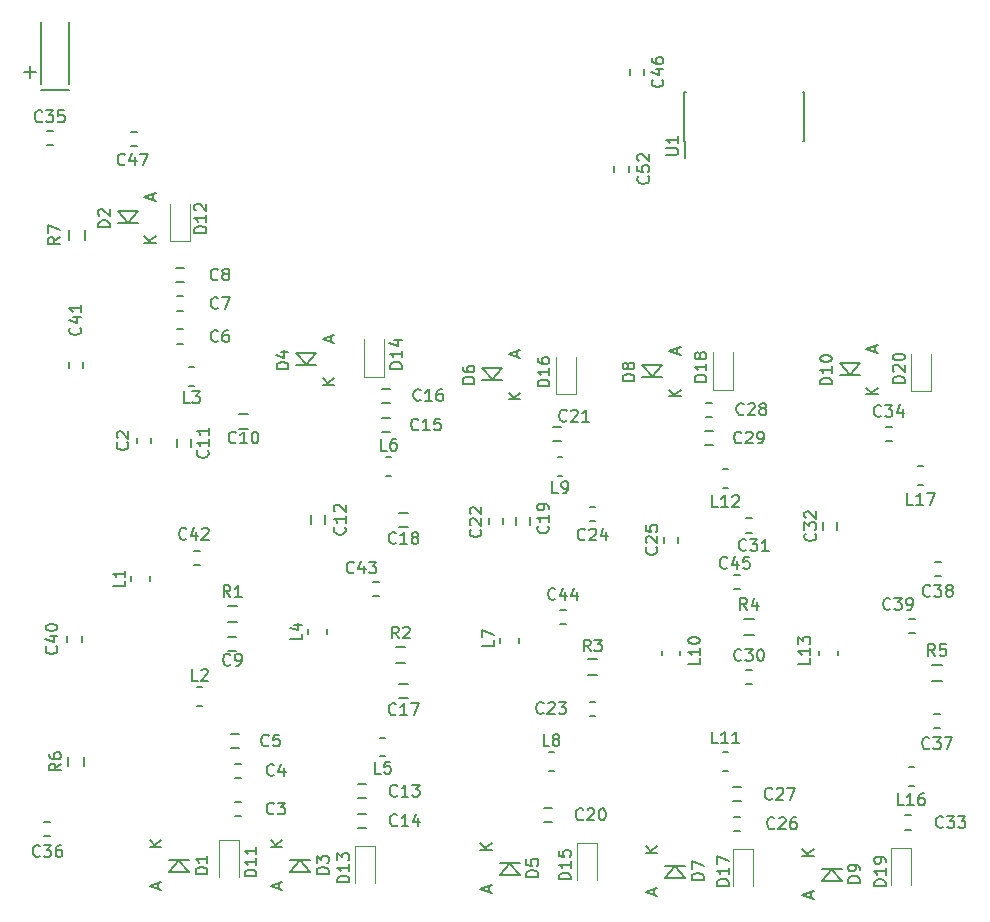
<source format=gto>
G04 #@! TF.FileFunction,Legend,Top*
%FSLAX46Y46*%
G04 Gerber Fmt 4.6, Leading zero omitted, Abs format (unit mm)*
G04 Created by KiCad (PCBNEW 4.0.3+e1-6302~38~ubuntu14.04.1-stable) date Mon Jan 30 16:46:43 2017*
%MOMM*%
%LPD*%
G01*
G04 APERTURE LIST*
%ADD10C,0.100000*%
%ADD11C,0.150000*%
%ADD12C,0.120000*%
G04 APERTURE END LIST*
D10*
D11*
X74699200Y-92349760D02*
X75600000Y-93350520D01*
X75600000Y-93350520D02*
X73900000Y-93350520D01*
X73900000Y-93350520D02*
X74750000Y-92349760D01*
X75600000Y-92349760D02*
X73900000Y-92349760D01*
X70450800Y-38400240D02*
X69550000Y-37399480D01*
X69550000Y-37399480D02*
X71250000Y-37399480D01*
X71250000Y-37399480D02*
X70400000Y-38400240D01*
X69550000Y-38400240D02*
X71250000Y-38400240D01*
X84949200Y-92349760D02*
X85850000Y-93350520D01*
X85850000Y-93350520D02*
X84150000Y-93350520D01*
X84150000Y-93350520D02*
X85000000Y-92349760D01*
X85850000Y-92349760D02*
X84150000Y-92349760D01*
X85550800Y-50400240D02*
X84650000Y-49399480D01*
X84650000Y-49399480D02*
X86350000Y-49399480D01*
X86350000Y-49399480D02*
X85500000Y-50400240D01*
X84650000Y-50400240D02*
X86350000Y-50400240D01*
X102699200Y-92599760D02*
X103600000Y-93600520D01*
X103600000Y-93600520D02*
X101900000Y-93600520D01*
X101900000Y-93600520D02*
X102750000Y-92599760D01*
X103600000Y-92599760D02*
X101900000Y-92599760D01*
X101300800Y-51650240D02*
X100400000Y-50649480D01*
X100400000Y-50649480D02*
X102100000Y-50649480D01*
X102100000Y-50649480D02*
X101250000Y-51650240D01*
X100400000Y-51650240D02*
X102100000Y-51650240D01*
X116699200Y-92849760D02*
X117600000Y-93850520D01*
X117600000Y-93850520D02*
X115900000Y-93850520D01*
X115900000Y-93850520D02*
X116750000Y-92849760D01*
X117600000Y-92849760D02*
X115900000Y-92849760D01*
X114850800Y-51400240D02*
X113950000Y-50399480D01*
X113950000Y-50399480D02*
X115650000Y-50399480D01*
X115650000Y-50399480D02*
X114800000Y-51400240D01*
X113950000Y-51400240D02*
X115650000Y-51400240D01*
X129949200Y-93099760D02*
X130850000Y-94100520D01*
X130850000Y-94100520D02*
X129150000Y-94100520D01*
X129150000Y-94100520D02*
X130000000Y-93099760D01*
X130850000Y-93099760D02*
X129150000Y-93099760D01*
X131570800Y-51230240D02*
X130670000Y-50229480D01*
X130670000Y-50229480D02*
X132370000Y-50229480D01*
X132370000Y-50229480D02*
X131520000Y-51230240D01*
X130670000Y-51230240D02*
X132370000Y-51230240D01*
X72400000Y-56550000D02*
X72400000Y-57050000D01*
X71200000Y-57050000D02*
X71200000Y-56550000D01*
X79500000Y-87400000D02*
X80000000Y-87400000D01*
X80000000Y-88600000D02*
X79500000Y-88600000D01*
X79500000Y-84150000D02*
X80000000Y-84150000D01*
X80000000Y-85350000D02*
X79500000Y-85350000D01*
X79150000Y-81650000D02*
X79850000Y-81650000D01*
X79850000Y-82850000D02*
X79150000Y-82850000D01*
X74550000Y-47400000D02*
X75050000Y-47400000D01*
X75050000Y-48600000D02*
X74550000Y-48600000D01*
X74550000Y-44600000D02*
X75050000Y-44600000D01*
X75050000Y-45800000D02*
X74550000Y-45800000D01*
X74450000Y-42200000D02*
X75150000Y-42200000D01*
X75150000Y-43400000D02*
X74450000Y-43400000D01*
X79600000Y-74600000D02*
X78900000Y-74600000D01*
X78900000Y-73400000D02*
X79600000Y-73400000D01*
X80550000Y-55800000D02*
X79850000Y-55800000D01*
X79850000Y-54600000D02*
X80550000Y-54600000D01*
X72300100Y-68500000D02*
X72300100Y-68299340D01*
X72300100Y-68500000D02*
X72300100Y-68700660D01*
X70699900Y-68599060D02*
X70699900Y-68700660D01*
X70699900Y-68700660D02*
X70699900Y-68299340D01*
X76500000Y-77699900D02*
X76299340Y-77699900D01*
X76500000Y-77699900D02*
X76700660Y-77699900D01*
X76599060Y-79300100D02*
X76700660Y-79300100D01*
X76700660Y-79300100D02*
X76299340Y-79300100D01*
X75800000Y-50599900D02*
X75599340Y-50599900D01*
X75800000Y-50599900D02*
X76000660Y-50599900D01*
X75899060Y-52200100D02*
X76000660Y-52200100D01*
X76000660Y-52200100D02*
X75599340Y-52200100D01*
X79650000Y-72175000D02*
X78850000Y-72175000D01*
X78850000Y-70825000D02*
X79650000Y-70825000D01*
X75800000Y-56650000D02*
X75800000Y-57350000D01*
X74600000Y-57350000D02*
X74600000Y-56650000D01*
X87100000Y-63150000D02*
X87100000Y-63850000D01*
X85900000Y-63850000D02*
X85900000Y-63150000D01*
X89900000Y-85900000D02*
X90600000Y-85900000D01*
X90600000Y-87100000D02*
X89900000Y-87100000D01*
X89900000Y-88400000D02*
X90600000Y-88400000D01*
X90600000Y-89600000D02*
X89900000Y-89600000D01*
X91900000Y-54900000D02*
X92600000Y-54900000D01*
X92600000Y-56100000D02*
X91900000Y-56100000D01*
X91900000Y-52400000D02*
X92600000Y-52400000D01*
X92600000Y-53600000D02*
X91900000Y-53600000D01*
X94100000Y-78600000D02*
X93400000Y-78600000D01*
X93400000Y-77400000D02*
X94100000Y-77400000D01*
X94100000Y-64100000D02*
X93400000Y-64100000D01*
X93400000Y-62900000D02*
X94100000Y-62900000D01*
X87300100Y-73000000D02*
X87300100Y-72799340D01*
X87300100Y-73000000D02*
X87300100Y-73200660D01*
X85699900Y-73099060D02*
X85699900Y-73200660D01*
X85699900Y-73200660D02*
X85699900Y-72799340D01*
X92000000Y-81949900D02*
X91799340Y-81949900D01*
X92000000Y-81949900D02*
X92200660Y-81949900D01*
X92099060Y-83550100D02*
X92200660Y-83550100D01*
X92200660Y-83550100D02*
X91799340Y-83550100D01*
X92500000Y-58199900D02*
X92299340Y-58199900D01*
X92500000Y-58199900D02*
X92700660Y-58199900D01*
X92599060Y-59800100D02*
X92700660Y-59800100D01*
X92700660Y-59800100D02*
X92299340Y-59800100D01*
X93900000Y-75675000D02*
X93100000Y-75675000D01*
X93100000Y-74325000D02*
X93900000Y-74325000D01*
X104500000Y-63250000D02*
X104500000Y-63950000D01*
X103300000Y-63950000D02*
X103300000Y-63250000D01*
X105650000Y-87900000D02*
X106350000Y-87900000D01*
X106350000Y-89100000D02*
X105650000Y-89100000D01*
X106400000Y-55650000D02*
X107100000Y-55650000D01*
X107100000Y-56850000D02*
X106400000Y-56850000D01*
X102200000Y-63350000D02*
X102200000Y-63850000D01*
X101000000Y-63850000D02*
X101000000Y-63350000D01*
X110000000Y-80100000D02*
X109500000Y-80100000D01*
X109500000Y-78900000D02*
X110000000Y-78900000D01*
X110000000Y-63600000D02*
X109500000Y-63600000D01*
X109500000Y-62400000D02*
X110000000Y-62400000D01*
X103550100Y-73750000D02*
X103550100Y-73549340D01*
X103550100Y-73750000D02*
X103550100Y-73950660D01*
X101949900Y-73849060D02*
X101949900Y-73950660D01*
X101949900Y-73950660D02*
X101949900Y-73549340D01*
X106250000Y-83199900D02*
X106049340Y-83199900D01*
X106250000Y-83199900D02*
X106450660Y-83199900D01*
X106349060Y-84800100D02*
X106450660Y-84800100D01*
X106450660Y-84800100D02*
X106049340Y-84800100D01*
X107000000Y-58199900D02*
X106799340Y-58199900D01*
X107000000Y-58199900D02*
X107200660Y-58199900D01*
X107099060Y-59800100D02*
X107200660Y-59800100D01*
X107200660Y-59800100D02*
X106799340Y-59800100D01*
X110150000Y-76675000D02*
X109350000Y-76675000D01*
X109350000Y-75325000D02*
X110150000Y-75325000D01*
X117000000Y-64950000D02*
X117000000Y-65450000D01*
X115800000Y-65450000D02*
X115800000Y-64950000D01*
X121750000Y-88650000D02*
X122250000Y-88650000D01*
X122250000Y-89850000D02*
X121750000Y-89850000D01*
X121650000Y-86150000D02*
X122350000Y-86150000D01*
X122350000Y-87350000D02*
X121650000Y-87350000D01*
X119350000Y-53600000D02*
X119850000Y-53600000D01*
X119850000Y-54800000D02*
X119350000Y-54800000D01*
X119250000Y-56000000D02*
X119950000Y-56000000D01*
X119950000Y-57200000D02*
X119250000Y-57200000D01*
X123250000Y-77400000D02*
X122750000Y-77400000D01*
X122750000Y-76200000D02*
X123250000Y-76200000D01*
X123250000Y-64600000D02*
X122750000Y-64600000D01*
X122750000Y-63400000D02*
X123250000Y-63400000D01*
X117200100Y-74800000D02*
X117200100Y-74599340D01*
X117200100Y-74800000D02*
X117200100Y-75000660D01*
X115599900Y-74899060D02*
X115599900Y-75000660D01*
X115599900Y-75000660D02*
X115599900Y-74599340D01*
X121000000Y-83199900D02*
X120799340Y-83199900D01*
X121000000Y-83199900D02*
X121200660Y-83199900D01*
X121099060Y-84800100D02*
X121200660Y-84800100D01*
X121200660Y-84800100D02*
X120799340Y-84800100D01*
X121000000Y-59199900D02*
X120799340Y-59199900D01*
X121000000Y-59199900D02*
X121200660Y-59199900D01*
X121099060Y-60800100D02*
X121200660Y-60800100D01*
X121200660Y-60800100D02*
X120799340Y-60800100D01*
X123400000Y-73275000D02*
X122600000Y-73275000D01*
X122600000Y-71925000D02*
X123400000Y-71925000D01*
X130440000Y-63700000D02*
X130440000Y-64400000D01*
X129240000Y-64400000D02*
X129240000Y-63700000D01*
X136220000Y-88550000D02*
X136720000Y-88550000D01*
X136720000Y-89750000D02*
X136220000Y-89750000D01*
X134590000Y-55640000D02*
X135090000Y-55640000D01*
X135090000Y-56840000D02*
X134590000Y-56840000D01*
X64050000Y-31800000D02*
X63550000Y-31800000D01*
X63550000Y-30600000D02*
X64050000Y-30600000D01*
X139170000Y-81180000D02*
X138670000Y-81180000D01*
X138670000Y-79980000D02*
X139170000Y-79980000D01*
X139240000Y-68270000D02*
X138740000Y-68270000D01*
X138740000Y-67070000D02*
X139240000Y-67070000D01*
X136570000Y-71880000D02*
X137070000Y-71880000D01*
X137070000Y-73080000D02*
X136570000Y-73080000D01*
X130530100Y-74790000D02*
X130530100Y-74589340D01*
X130530100Y-74790000D02*
X130530100Y-74990660D01*
X128929900Y-74889060D02*
X128929900Y-74990660D01*
X128929900Y-74990660D02*
X128929900Y-74589340D01*
X136740000Y-84419900D02*
X136539340Y-84419900D01*
X136740000Y-84419900D02*
X136940660Y-84419900D01*
X136839060Y-86020100D02*
X136940660Y-86020100D01*
X136940660Y-86020100D02*
X136539340Y-86020100D01*
X137540000Y-58979900D02*
X137339340Y-58979900D01*
X137540000Y-58979900D02*
X137740660Y-58979900D01*
X137639060Y-60580100D02*
X137740660Y-60580100D01*
X137740660Y-60580100D02*
X137339340Y-60580100D01*
X139320000Y-77175000D02*
X138520000Y-77175000D01*
X138520000Y-75825000D02*
X139320000Y-75825000D01*
X117525000Y-31475000D02*
X117550000Y-31475000D01*
X117525000Y-27325000D02*
X117630000Y-27325000D01*
X127675000Y-27325000D02*
X127570000Y-27325000D01*
X127675000Y-31475000D02*
X127570000Y-31475000D01*
X117525000Y-31475000D02*
X117525000Y-27325000D01*
X127675000Y-31475000D02*
X127675000Y-27325000D01*
X117550000Y-31475000D02*
X117550000Y-32850000D01*
X65300000Y-73850000D02*
X65300000Y-73350000D01*
X66500000Y-73350000D02*
X66500000Y-73850000D01*
X66600000Y-50150000D02*
X66600000Y-50650000D01*
X65400000Y-50650000D02*
X65400000Y-50150000D01*
X76000000Y-66150000D02*
X76500000Y-66150000D01*
X76500000Y-67350000D02*
X76000000Y-67350000D01*
X91150000Y-68800000D02*
X91650000Y-68800000D01*
X91650000Y-70000000D02*
X91150000Y-70000000D01*
X107000000Y-71150000D02*
X107500000Y-71150000D01*
X107500000Y-72350000D02*
X107000000Y-72350000D01*
X121750000Y-68200000D02*
X122250000Y-68200000D01*
X122250000Y-69400000D02*
X121750000Y-69400000D01*
X65325000Y-84400000D02*
X65325000Y-83600000D01*
X66675000Y-83600000D02*
X66675000Y-84400000D01*
X66775000Y-39000000D02*
X66775000Y-39800000D01*
X65425000Y-39800000D02*
X65425000Y-39000000D01*
X112900000Y-25850000D02*
X112900000Y-25350000D01*
X114100000Y-25350000D02*
X114100000Y-25850000D01*
X70650000Y-30700000D02*
X71150000Y-30700000D01*
X71150000Y-31900000D02*
X70650000Y-31900000D01*
X65418880Y-27096260D02*
X63021120Y-27096260D01*
X63021120Y-21399040D02*
X63021120Y-26600960D01*
X65418880Y-21399040D02*
X65418880Y-26600960D01*
D12*
X79850000Y-90600000D02*
X78150000Y-90600000D01*
X78150000Y-90600000D02*
X78150000Y-93750000D01*
X79850000Y-90600000D02*
X79850000Y-93750000D01*
X73950000Y-39900000D02*
X75650000Y-39900000D01*
X75650000Y-39900000D02*
X75650000Y-36750000D01*
X73950000Y-39900000D02*
X73950000Y-36750000D01*
X91350000Y-91100000D02*
X89650000Y-91100000D01*
X89650000Y-91100000D02*
X89650000Y-94250000D01*
X91350000Y-91100000D02*
X91350000Y-94250000D01*
X90400000Y-51400000D02*
X92100000Y-51400000D01*
X92100000Y-51400000D02*
X92100000Y-48250000D01*
X90400000Y-51400000D02*
X90400000Y-48250000D01*
X110100000Y-90850000D02*
X108400000Y-90850000D01*
X108400000Y-90850000D02*
X108400000Y-94000000D01*
X110100000Y-90850000D02*
X110100000Y-94000000D01*
X106650000Y-52900000D02*
X108350000Y-52900000D01*
X108350000Y-52900000D02*
X108350000Y-49750000D01*
X106650000Y-52900000D02*
X106650000Y-49750000D01*
X123380000Y-91370000D02*
X121680000Y-91370000D01*
X121680000Y-91370000D02*
X121680000Y-94520000D01*
X123380000Y-91370000D02*
X123380000Y-94520000D01*
X119950000Y-52500000D02*
X121650000Y-52500000D01*
X121650000Y-52500000D02*
X121650000Y-49350000D01*
X119950000Y-52500000D02*
X119950000Y-49350000D01*
X136690000Y-91310000D02*
X134990000Y-91310000D01*
X134990000Y-91310000D02*
X134990000Y-94460000D01*
X136690000Y-91310000D02*
X136690000Y-94460000D01*
X136730000Y-52610000D02*
X138430000Y-52610000D01*
X138430000Y-52610000D02*
X138430000Y-49460000D01*
X136730000Y-52610000D02*
X136730000Y-49460000D01*
D11*
X63850000Y-90300000D02*
X63350000Y-90300000D01*
X63350000Y-89100000D02*
X63850000Y-89100000D01*
X112800000Y-33550000D02*
X112800000Y-34050000D01*
X111600000Y-34050000D02*
X111600000Y-33550000D01*
X77152381Y-93488095D02*
X76152381Y-93488095D01*
X76152381Y-93250000D01*
X76200000Y-93107142D01*
X76295238Y-93011904D01*
X76390476Y-92964285D01*
X76580952Y-92916666D01*
X76723810Y-92916666D01*
X76914286Y-92964285D01*
X77009524Y-93011904D01*
X77104762Y-93107142D01*
X77152381Y-93250000D01*
X77152381Y-93488095D01*
X77152381Y-91964285D02*
X77152381Y-92535714D01*
X77152381Y-92250000D02*
X76152381Y-92250000D01*
X76295238Y-92345238D01*
X76390476Y-92440476D01*
X76438095Y-92535714D01*
X73252381Y-91211905D02*
X72252381Y-91211905D01*
X73252381Y-90640476D02*
X72680952Y-91069048D01*
X72252381Y-90640476D02*
X72823810Y-91211905D01*
X72966667Y-94788095D02*
X72966667Y-94311904D01*
X73252381Y-94883333D02*
X72252381Y-94550000D01*
X73252381Y-94216666D01*
X68902381Y-38738095D02*
X67902381Y-38738095D01*
X67902381Y-38500000D01*
X67950000Y-38357142D01*
X68045238Y-38261904D01*
X68140476Y-38214285D01*
X68330952Y-38166666D01*
X68473810Y-38166666D01*
X68664286Y-38214285D01*
X68759524Y-38261904D01*
X68854762Y-38357142D01*
X68902381Y-38500000D01*
X68902381Y-38738095D01*
X67997619Y-37785714D02*
X67950000Y-37738095D01*
X67902381Y-37642857D01*
X67902381Y-37404761D01*
X67950000Y-37309523D01*
X67997619Y-37261904D01*
X68092857Y-37214285D01*
X68188095Y-37214285D01*
X68330952Y-37261904D01*
X68902381Y-37833333D01*
X68902381Y-37214285D01*
X72802381Y-40061905D02*
X71802381Y-40061905D01*
X72802381Y-39490476D02*
X72230952Y-39919048D01*
X71802381Y-39490476D02*
X72373810Y-40061905D01*
X72516667Y-36438095D02*
X72516667Y-35961904D01*
X72802381Y-36533333D02*
X71802381Y-36200000D01*
X72802381Y-35866666D01*
X87402381Y-93488095D02*
X86402381Y-93488095D01*
X86402381Y-93250000D01*
X86450000Y-93107142D01*
X86545238Y-93011904D01*
X86640476Y-92964285D01*
X86830952Y-92916666D01*
X86973810Y-92916666D01*
X87164286Y-92964285D01*
X87259524Y-93011904D01*
X87354762Y-93107142D01*
X87402381Y-93250000D01*
X87402381Y-93488095D01*
X86402381Y-92583333D02*
X86402381Y-91964285D01*
X86783333Y-92297619D01*
X86783333Y-92154761D01*
X86830952Y-92059523D01*
X86878571Y-92011904D01*
X86973810Y-91964285D01*
X87211905Y-91964285D01*
X87307143Y-92011904D01*
X87354762Y-92059523D01*
X87402381Y-92154761D01*
X87402381Y-92440476D01*
X87354762Y-92535714D01*
X87307143Y-92583333D01*
X83502381Y-91211905D02*
X82502381Y-91211905D01*
X83502381Y-90640476D02*
X82930952Y-91069048D01*
X82502381Y-90640476D02*
X83073810Y-91211905D01*
X83216667Y-94788095D02*
X83216667Y-94311904D01*
X83502381Y-94883333D02*
X82502381Y-94550000D01*
X83502381Y-94216666D01*
X84002381Y-50738095D02*
X83002381Y-50738095D01*
X83002381Y-50500000D01*
X83050000Y-50357142D01*
X83145238Y-50261904D01*
X83240476Y-50214285D01*
X83430952Y-50166666D01*
X83573810Y-50166666D01*
X83764286Y-50214285D01*
X83859524Y-50261904D01*
X83954762Y-50357142D01*
X84002381Y-50500000D01*
X84002381Y-50738095D01*
X83335714Y-49309523D02*
X84002381Y-49309523D01*
X82954762Y-49547619D02*
X83669048Y-49785714D01*
X83669048Y-49166666D01*
X87902381Y-52061905D02*
X86902381Y-52061905D01*
X87902381Y-51490476D02*
X87330952Y-51919048D01*
X86902381Y-51490476D02*
X87473810Y-52061905D01*
X87616667Y-48438095D02*
X87616667Y-47961904D01*
X87902381Y-48533333D02*
X86902381Y-48200000D01*
X87902381Y-47866666D01*
X105152381Y-93738095D02*
X104152381Y-93738095D01*
X104152381Y-93500000D01*
X104200000Y-93357142D01*
X104295238Y-93261904D01*
X104390476Y-93214285D01*
X104580952Y-93166666D01*
X104723810Y-93166666D01*
X104914286Y-93214285D01*
X105009524Y-93261904D01*
X105104762Y-93357142D01*
X105152381Y-93500000D01*
X105152381Y-93738095D01*
X104152381Y-92261904D02*
X104152381Y-92738095D01*
X104628571Y-92785714D01*
X104580952Y-92738095D01*
X104533333Y-92642857D01*
X104533333Y-92404761D01*
X104580952Y-92309523D01*
X104628571Y-92261904D01*
X104723810Y-92214285D01*
X104961905Y-92214285D01*
X105057143Y-92261904D01*
X105104762Y-92309523D01*
X105152381Y-92404761D01*
X105152381Y-92642857D01*
X105104762Y-92738095D01*
X105057143Y-92785714D01*
X101252381Y-91461905D02*
X100252381Y-91461905D01*
X101252381Y-90890476D02*
X100680952Y-91319048D01*
X100252381Y-90890476D02*
X100823810Y-91461905D01*
X100966667Y-95038095D02*
X100966667Y-94561904D01*
X101252381Y-95133333D02*
X100252381Y-94800000D01*
X101252381Y-94466666D01*
X99752381Y-51988095D02*
X98752381Y-51988095D01*
X98752381Y-51750000D01*
X98800000Y-51607142D01*
X98895238Y-51511904D01*
X98990476Y-51464285D01*
X99180952Y-51416666D01*
X99323810Y-51416666D01*
X99514286Y-51464285D01*
X99609524Y-51511904D01*
X99704762Y-51607142D01*
X99752381Y-51750000D01*
X99752381Y-51988095D01*
X98752381Y-50559523D02*
X98752381Y-50750000D01*
X98800000Y-50845238D01*
X98847619Y-50892857D01*
X98990476Y-50988095D01*
X99180952Y-51035714D01*
X99561905Y-51035714D01*
X99657143Y-50988095D01*
X99704762Y-50940476D01*
X99752381Y-50845238D01*
X99752381Y-50654761D01*
X99704762Y-50559523D01*
X99657143Y-50511904D01*
X99561905Y-50464285D01*
X99323810Y-50464285D01*
X99228571Y-50511904D01*
X99180952Y-50559523D01*
X99133333Y-50654761D01*
X99133333Y-50845238D01*
X99180952Y-50940476D01*
X99228571Y-50988095D01*
X99323810Y-51035714D01*
X103652381Y-53311905D02*
X102652381Y-53311905D01*
X103652381Y-52740476D02*
X103080952Y-53169048D01*
X102652381Y-52740476D02*
X103223810Y-53311905D01*
X103366667Y-49688095D02*
X103366667Y-49211904D01*
X103652381Y-49783333D02*
X102652381Y-49450000D01*
X103652381Y-49116666D01*
X119152381Y-93988095D02*
X118152381Y-93988095D01*
X118152381Y-93750000D01*
X118200000Y-93607142D01*
X118295238Y-93511904D01*
X118390476Y-93464285D01*
X118580952Y-93416666D01*
X118723810Y-93416666D01*
X118914286Y-93464285D01*
X119009524Y-93511904D01*
X119104762Y-93607142D01*
X119152381Y-93750000D01*
X119152381Y-93988095D01*
X118152381Y-93083333D02*
X118152381Y-92416666D01*
X119152381Y-92845238D01*
X115252381Y-91711905D02*
X114252381Y-91711905D01*
X115252381Y-91140476D02*
X114680952Y-91569048D01*
X114252381Y-91140476D02*
X114823810Y-91711905D01*
X114966667Y-95288095D02*
X114966667Y-94811904D01*
X115252381Y-95383333D02*
X114252381Y-95050000D01*
X115252381Y-94716666D01*
X113302381Y-51738095D02*
X112302381Y-51738095D01*
X112302381Y-51500000D01*
X112350000Y-51357142D01*
X112445238Y-51261904D01*
X112540476Y-51214285D01*
X112730952Y-51166666D01*
X112873810Y-51166666D01*
X113064286Y-51214285D01*
X113159524Y-51261904D01*
X113254762Y-51357142D01*
X113302381Y-51500000D01*
X113302381Y-51738095D01*
X112730952Y-50595238D02*
X112683333Y-50690476D01*
X112635714Y-50738095D01*
X112540476Y-50785714D01*
X112492857Y-50785714D01*
X112397619Y-50738095D01*
X112350000Y-50690476D01*
X112302381Y-50595238D01*
X112302381Y-50404761D01*
X112350000Y-50309523D01*
X112397619Y-50261904D01*
X112492857Y-50214285D01*
X112540476Y-50214285D01*
X112635714Y-50261904D01*
X112683333Y-50309523D01*
X112730952Y-50404761D01*
X112730952Y-50595238D01*
X112778571Y-50690476D01*
X112826190Y-50738095D01*
X112921429Y-50785714D01*
X113111905Y-50785714D01*
X113207143Y-50738095D01*
X113254762Y-50690476D01*
X113302381Y-50595238D01*
X113302381Y-50404761D01*
X113254762Y-50309523D01*
X113207143Y-50261904D01*
X113111905Y-50214285D01*
X112921429Y-50214285D01*
X112826190Y-50261904D01*
X112778571Y-50309523D01*
X112730952Y-50404761D01*
X117202381Y-53061905D02*
X116202381Y-53061905D01*
X117202381Y-52490476D02*
X116630952Y-52919048D01*
X116202381Y-52490476D02*
X116773810Y-53061905D01*
X116916667Y-49438095D02*
X116916667Y-48961904D01*
X117202381Y-49533333D02*
X116202381Y-49200000D01*
X117202381Y-48866666D01*
X132402381Y-94238095D02*
X131402381Y-94238095D01*
X131402381Y-94000000D01*
X131450000Y-93857142D01*
X131545238Y-93761904D01*
X131640476Y-93714285D01*
X131830952Y-93666666D01*
X131973810Y-93666666D01*
X132164286Y-93714285D01*
X132259524Y-93761904D01*
X132354762Y-93857142D01*
X132402381Y-94000000D01*
X132402381Y-94238095D01*
X132402381Y-93190476D02*
X132402381Y-93000000D01*
X132354762Y-92904761D01*
X132307143Y-92857142D01*
X132164286Y-92761904D01*
X131973810Y-92714285D01*
X131592857Y-92714285D01*
X131497619Y-92761904D01*
X131450000Y-92809523D01*
X131402381Y-92904761D01*
X131402381Y-93095238D01*
X131450000Y-93190476D01*
X131497619Y-93238095D01*
X131592857Y-93285714D01*
X131830952Y-93285714D01*
X131926190Y-93238095D01*
X131973810Y-93190476D01*
X132021429Y-93095238D01*
X132021429Y-92904761D01*
X131973810Y-92809523D01*
X131926190Y-92761904D01*
X131830952Y-92714285D01*
X128502381Y-91961905D02*
X127502381Y-91961905D01*
X128502381Y-91390476D02*
X127930952Y-91819048D01*
X127502381Y-91390476D02*
X128073810Y-91961905D01*
X128216667Y-95538095D02*
X128216667Y-95061904D01*
X128502381Y-95633333D02*
X127502381Y-95300000D01*
X128502381Y-94966666D01*
X130022381Y-52044286D02*
X129022381Y-52044286D01*
X129022381Y-51806191D01*
X129070000Y-51663333D01*
X129165238Y-51568095D01*
X129260476Y-51520476D01*
X129450952Y-51472857D01*
X129593810Y-51472857D01*
X129784286Y-51520476D01*
X129879524Y-51568095D01*
X129974762Y-51663333D01*
X130022381Y-51806191D01*
X130022381Y-52044286D01*
X130022381Y-50520476D02*
X130022381Y-51091905D01*
X130022381Y-50806191D02*
X129022381Y-50806191D01*
X129165238Y-50901429D01*
X129260476Y-50996667D01*
X129308095Y-51091905D01*
X129022381Y-49901429D02*
X129022381Y-49806190D01*
X129070000Y-49710952D01*
X129117619Y-49663333D01*
X129212857Y-49615714D01*
X129403333Y-49568095D01*
X129641429Y-49568095D01*
X129831905Y-49615714D01*
X129927143Y-49663333D01*
X129974762Y-49710952D01*
X130022381Y-49806190D01*
X130022381Y-49901429D01*
X129974762Y-49996667D01*
X129927143Y-50044286D01*
X129831905Y-50091905D01*
X129641429Y-50139524D01*
X129403333Y-50139524D01*
X129212857Y-50091905D01*
X129117619Y-50044286D01*
X129070000Y-49996667D01*
X129022381Y-49901429D01*
X133922381Y-52891905D02*
X132922381Y-52891905D01*
X133922381Y-52320476D02*
X133350952Y-52749048D01*
X132922381Y-52320476D02*
X133493810Y-52891905D01*
X133636667Y-49268095D02*
X133636667Y-48791904D01*
X133922381Y-49363333D02*
X132922381Y-49030000D01*
X133922381Y-48696666D01*
X70357143Y-56966666D02*
X70404762Y-57014285D01*
X70452381Y-57157142D01*
X70452381Y-57252380D01*
X70404762Y-57395238D01*
X70309524Y-57490476D01*
X70214286Y-57538095D01*
X70023810Y-57585714D01*
X69880952Y-57585714D01*
X69690476Y-57538095D01*
X69595238Y-57490476D01*
X69500000Y-57395238D01*
X69452381Y-57252380D01*
X69452381Y-57157142D01*
X69500000Y-57014285D01*
X69547619Y-56966666D01*
X69547619Y-56585714D02*
X69500000Y-56538095D01*
X69452381Y-56442857D01*
X69452381Y-56204761D01*
X69500000Y-56109523D01*
X69547619Y-56061904D01*
X69642857Y-56014285D01*
X69738095Y-56014285D01*
X69880952Y-56061904D01*
X70452381Y-56633333D01*
X70452381Y-56014285D01*
X82783334Y-88357143D02*
X82735715Y-88404762D01*
X82592858Y-88452381D01*
X82497620Y-88452381D01*
X82354762Y-88404762D01*
X82259524Y-88309524D01*
X82211905Y-88214286D01*
X82164286Y-88023810D01*
X82164286Y-87880952D01*
X82211905Y-87690476D01*
X82259524Y-87595238D01*
X82354762Y-87500000D01*
X82497620Y-87452381D01*
X82592858Y-87452381D01*
X82735715Y-87500000D01*
X82783334Y-87547619D01*
X83116667Y-87452381D02*
X83735715Y-87452381D01*
X83402381Y-87833333D01*
X83545239Y-87833333D01*
X83640477Y-87880952D01*
X83688096Y-87928571D01*
X83735715Y-88023810D01*
X83735715Y-88261905D01*
X83688096Y-88357143D01*
X83640477Y-88404762D01*
X83545239Y-88452381D01*
X83259524Y-88452381D01*
X83164286Y-88404762D01*
X83116667Y-88357143D01*
X82783334Y-85107143D02*
X82735715Y-85154762D01*
X82592858Y-85202381D01*
X82497620Y-85202381D01*
X82354762Y-85154762D01*
X82259524Y-85059524D01*
X82211905Y-84964286D01*
X82164286Y-84773810D01*
X82164286Y-84630952D01*
X82211905Y-84440476D01*
X82259524Y-84345238D01*
X82354762Y-84250000D01*
X82497620Y-84202381D01*
X82592858Y-84202381D01*
X82735715Y-84250000D01*
X82783334Y-84297619D01*
X83640477Y-84535714D02*
X83640477Y-85202381D01*
X83402381Y-84154762D02*
X83164286Y-84869048D01*
X83783334Y-84869048D01*
X82333334Y-82607143D02*
X82285715Y-82654762D01*
X82142858Y-82702381D01*
X82047620Y-82702381D01*
X81904762Y-82654762D01*
X81809524Y-82559524D01*
X81761905Y-82464286D01*
X81714286Y-82273810D01*
X81714286Y-82130952D01*
X81761905Y-81940476D01*
X81809524Y-81845238D01*
X81904762Y-81750000D01*
X82047620Y-81702381D01*
X82142858Y-81702381D01*
X82285715Y-81750000D01*
X82333334Y-81797619D01*
X83238096Y-81702381D02*
X82761905Y-81702381D01*
X82714286Y-82178571D01*
X82761905Y-82130952D01*
X82857143Y-82083333D01*
X83095239Y-82083333D01*
X83190477Y-82130952D01*
X83238096Y-82178571D01*
X83285715Y-82273810D01*
X83285715Y-82511905D01*
X83238096Y-82607143D01*
X83190477Y-82654762D01*
X83095239Y-82702381D01*
X82857143Y-82702381D01*
X82761905Y-82654762D01*
X82714286Y-82607143D01*
X78033334Y-48357143D02*
X77985715Y-48404762D01*
X77842858Y-48452381D01*
X77747620Y-48452381D01*
X77604762Y-48404762D01*
X77509524Y-48309524D01*
X77461905Y-48214286D01*
X77414286Y-48023810D01*
X77414286Y-47880952D01*
X77461905Y-47690476D01*
X77509524Y-47595238D01*
X77604762Y-47500000D01*
X77747620Y-47452381D01*
X77842858Y-47452381D01*
X77985715Y-47500000D01*
X78033334Y-47547619D01*
X78890477Y-47452381D02*
X78700000Y-47452381D01*
X78604762Y-47500000D01*
X78557143Y-47547619D01*
X78461905Y-47690476D01*
X78414286Y-47880952D01*
X78414286Y-48261905D01*
X78461905Y-48357143D01*
X78509524Y-48404762D01*
X78604762Y-48452381D01*
X78795239Y-48452381D01*
X78890477Y-48404762D01*
X78938096Y-48357143D01*
X78985715Y-48261905D01*
X78985715Y-48023810D01*
X78938096Y-47928571D01*
X78890477Y-47880952D01*
X78795239Y-47833333D01*
X78604762Y-47833333D01*
X78509524Y-47880952D01*
X78461905Y-47928571D01*
X78414286Y-48023810D01*
X78033334Y-45557143D02*
X77985715Y-45604762D01*
X77842858Y-45652381D01*
X77747620Y-45652381D01*
X77604762Y-45604762D01*
X77509524Y-45509524D01*
X77461905Y-45414286D01*
X77414286Y-45223810D01*
X77414286Y-45080952D01*
X77461905Y-44890476D01*
X77509524Y-44795238D01*
X77604762Y-44700000D01*
X77747620Y-44652381D01*
X77842858Y-44652381D01*
X77985715Y-44700000D01*
X78033334Y-44747619D01*
X78366667Y-44652381D02*
X79033334Y-44652381D01*
X78604762Y-45652381D01*
X78033334Y-43157143D02*
X77985715Y-43204762D01*
X77842858Y-43252381D01*
X77747620Y-43252381D01*
X77604762Y-43204762D01*
X77509524Y-43109524D01*
X77461905Y-43014286D01*
X77414286Y-42823810D01*
X77414286Y-42680952D01*
X77461905Y-42490476D01*
X77509524Y-42395238D01*
X77604762Y-42300000D01*
X77747620Y-42252381D01*
X77842858Y-42252381D01*
X77985715Y-42300000D01*
X78033334Y-42347619D01*
X78604762Y-42680952D02*
X78509524Y-42633333D01*
X78461905Y-42585714D01*
X78414286Y-42490476D01*
X78414286Y-42442857D01*
X78461905Y-42347619D01*
X78509524Y-42300000D01*
X78604762Y-42252381D01*
X78795239Y-42252381D01*
X78890477Y-42300000D01*
X78938096Y-42347619D01*
X78985715Y-42442857D01*
X78985715Y-42490476D01*
X78938096Y-42585714D01*
X78890477Y-42633333D01*
X78795239Y-42680952D01*
X78604762Y-42680952D01*
X78509524Y-42728571D01*
X78461905Y-42776190D01*
X78414286Y-42871429D01*
X78414286Y-43061905D01*
X78461905Y-43157143D01*
X78509524Y-43204762D01*
X78604762Y-43252381D01*
X78795239Y-43252381D01*
X78890477Y-43204762D01*
X78938096Y-43157143D01*
X78985715Y-43061905D01*
X78985715Y-42871429D01*
X78938096Y-42776190D01*
X78890477Y-42728571D01*
X78795239Y-42680952D01*
X79083334Y-75757143D02*
X79035715Y-75804762D01*
X78892858Y-75852381D01*
X78797620Y-75852381D01*
X78654762Y-75804762D01*
X78559524Y-75709524D01*
X78511905Y-75614286D01*
X78464286Y-75423810D01*
X78464286Y-75280952D01*
X78511905Y-75090476D01*
X78559524Y-74995238D01*
X78654762Y-74900000D01*
X78797620Y-74852381D01*
X78892858Y-74852381D01*
X79035715Y-74900000D01*
X79083334Y-74947619D01*
X79559524Y-75852381D02*
X79750000Y-75852381D01*
X79845239Y-75804762D01*
X79892858Y-75757143D01*
X79988096Y-75614286D01*
X80035715Y-75423810D01*
X80035715Y-75042857D01*
X79988096Y-74947619D01*
X79940477Y-74900000D01*
X79845239Y-74852381D01*
X79654762Y-74852381D01*
X79559524Y-74900000D01*
X79511905Y-74947619D01*
X79464286Y-75042857D01*
X79464286Y-75280952D01*
X79511905Y-75376190D01*
X79559524Y-75423810D01*
X79654762Y-75471429D01*
X79845239Y-75471429D01*
X79940477Y-75423810D01*
X79988096Y-75376190D01*
X80035715Y-75280952D01*
X79557143Y-56957143D02*
X79509524Y-57004762D01*
X79366667Y-57052381D01*
X79271429Y-57052381D01*
X79128571Y-57004762D01*
X79033333Y-56909524D01*
X78985714Y-56814286D01*
X78938095Y-56623810D01*
X78938095Y-56480952D01*
X78985714Y-56290476D01*
X79033333Y-56195238D01*
X79128571Y-56100000D01*
X79271429Y-56052381D01*
X79366667Y-56052381D01*
X79509524Y-56100000D01*
X79557143Y-56147619D01*
X80509524Y-57052381D02*
X79938095Y-57052381D01*
X80223809Y-57052381D02*
X80223809Y-56052381D01*
X80128571Y-56195238D01*
X80033333Y-56290476D01*
X79938095Y-56338095D01*
X81128571Y-56052381D02*
X81223810Y-56052381D01*
X81319048Y-56100000D01*
X81366667Y-56147619D01*
X81414286Y-56242857D01*
X81461905Y-56433333D01*
X81461905Y-56671429D01*
X81414286Y-56861905D01*
X81366667Y-56957143D01*
X81319048Y-57004762D01*
X81223810Y-57052381D01*
X81128571Y-57052381D01*
X81033333Y-57004762D01*
X80985714Y-56957143D01*
X80938095Y-56861905D01*
X80890476Y-56671429D01*
X80890476Y-56433333D01*
X80938095Y-56242857D01*
X80985714Y-56147619D01*
X81033333Y-56100000D01*
X81128571Y-56052381D01*
X70152381Y-68666666D02*
X70152381Y-69142857D01*
X69152381Y-69142857D01*
X70152381Y-67809523D02*
X70152381Y-68380952D01*
X70152381Y-68095238D02*
X69152381Y-68095238D01*
X69295238Y-68190476D01*
X69390476Y-68285714D01*
X69438095Y-68380952D01*
X76333334Y-77152381D02*
X75857143Y-77152381D01*
X75857143Y-76152381D01*
X76619048Y-76247619D02*
X76666667Y-76200000D01*
X76761905Y-76152381D01*
X77000001Y-76152381D01*
X77095239Y-76200000D01*
X77142858Y-76247619D01*
X77190477Y-76342857D01*
X77190477Y-76438095D01*
X77142858Y-76580952D01*
X76571429Y-77152381D01*
X77190477Y-77152381D01*
X75633334Y-53652381D02*
X75157143Y-53652381D01*
X75157143Y-52652381D01*
X75871429Y-52652381D02*
X76490477Y-52652381D01*
X76157143Y-53033333D01*
X76300001Y-53033333D01*
X76395239Y-53080952D01*
X76442858Y-53128571D01*
X76490477Y-53223810D01*
X76490477Y-53461905D01*
X76442858Y-53557143D01*
X76395239Y-53604762D01*
X76300001Y-53652381D01*
X76014286Y-53652381D01*
X75919048Y-53604762D01*
X75871429Y-53557143D01*
X79083334Y-70052381D02*
X78750000Y-69576190D01*
X78511905Y-70052381D02*
X78511905Y-69052381D01*
X78892858Y-69052381D01*
X78988096Y-69100000D01*
X79035715Y-69147619D01*
X79083334Y-69242857D01*
X79083334Y-69385714D01*
X79035715Y-69480952D01*
X78988096Y-69528571D01*
X78892858Y-69576190D01*
X78511905Y-69576190D01*
X80035715Y-70052381D02*
X79464286Y-70052381D01*
X79750000Y-70052381D02*
X79750000Y-69052381D01*
X79654762Y-69195238D01*
X79559524Y-69290476D01*
X79464286Y-69338095D01*
X77157143Y-57642857D02*
X77204762Y-57690476D01*
X77252381Y-57833333D01*
X77252381Y-57928571D01*
X77204762Y-58071429D01*
X77109524Y-58166667D01*
X77014286Y-58214286D01*
X76823810Y-58261905D01*
X76680952Y-58261905D01*
X76490476Y-58214286D01*
X76395238Y-58166667D01*
X76300000Y-58071429D01*
X76252381Y-57928571D01*
X76252381Y-57833333D01*
X76300000Y-57690476D01*
X76347619Y-57642857D01*
X77252381Y-56690476D02*
X77252381Y-57261905D01*
X77252381Y-56976191D02*
X76252381Y-56976191D01*
X76395238Y-57071429D01*
X76490476Y-57166667D01*
X76538095Y-57261905D01*
X77252381Y-55738095D02*
X77252381Y-56309524D01*
X77252381Y-56023810D02*
X76252381Y-56023810D01*
X76395238Y-56119048D01*
X76490476Y-56214286D01*
X76538095Y-56309524D01*
X88757143Y-64142857D02*
X88804762Y-64190476D01*
X88852381Y-64333333D01*
X88852381Y-64428571D01*
X88804762Y-64571429D01*
X88709524Y-64666667D01*
X88614286Y-64714286D01*
X88423810Y-64761905D01*
X88280952Y-64761905D01*
X88090476Y-64714286D01*
X87995238Y-64666667D01*
X87900000Y-64571429D01*
X87852381Y-64428571D01*
X87852381Y-64333333D01*
X87900000Y-64190476D01*
X87947619Y-64142857D01*
X88852381Y-63190476D02*
X88852381Y-63761905D01*
X88852381Y-63476191D02*
X87852381Y-63476191D01*
X87995238Y-63571429D01*
X88090476Y-63666667D01*
X88138095Y-63761905D01*
X87947619Y-62809524D02*
X87900000Y-62761905D01*
X87852381Y-62666667D01*
X87852381Y-62428571D01*
X87900000Y-62333333D01*
X87947619Y-62285714D01*
X88042857Y-62238095D01*
X88138095Y-62238095D01*
X88280952Y-62285714D01*
X88852381Y-62857143D01*
X88852381Y-62238095D01*
X93207143Y-86857143D02*
X93159524Y-86904762D01*
X93016667Y-86952381D01*
X92921429Y-86952381D01*
X92778571Y-86904762D01*
X92683333Y-86809524D01*
X92635714Y-86714286D01*
X92588095Y-86523810D01*
X92588095Y-86380952D01*
X92635714Y-86190476D01*
X92683333Y-86095238D01*
X92778571Y-86000000D01*
X92921429Y-85952381D01*
X93016667Y-85952381D01*
X93159524Y-86000000D01*
X93207143Y-86047619D01*
X94159524Y-86952381D02*
X93588095Y-86952381D01*
X93873809Y-86952381D02*
X93873809Y-85952381D01*
X93778571Y-86095238D01*
X93683333Y-86190476D01*
X93588095Y-86238095D01*
X94492857Y-85952381D02*
X95111905Y-85952381D01*
X94778571Y-86333333D01*
X94921429Y-86333333D01*
X95016667Y-86380952D01*
X95064286Y-86428571D01*
X95111905Y-86523810D01*
X95111905Y-86761905D01*
X95064286Y-86857143D01*
X95016667Y-86904762D01*
X94921429Y-86952381D01*
X94635714Y-86952381D01*
X94540476Y-86904762D01*
X94492857Y-86857143D01*
X93207143Y-89357143D02*
X93159524Y-89404762D01*
X93016667Y-89452381D01*
X92921429Y-89452381D01*
X92778571Y-89404762D01*
X92683333Y-89309524D01*
X92635714Y-89214286D01*
X92588095Y-89023810D01*
X92588095Y-88880952D01*
X92635714Y-88690476D01*
X92683333Y-88595238D01*
X92778571Y-88500000D01*
X92921429Y-88452381D01*
X93016667Y-88452381D01*
X93159524Y-88500000D01*
X93207143Y-88547619D01*
X94159524Y-89452381D02*
X93588095Y-89452381D01*
X93873809Y-89452381D02*
X93873809Y-88452381D01*
X93778571Y-88595238D01*
X93683333Y-88690476D01*
X93588095Y-88738095D01*
X95016667Y-88785714D02*
X95016667Y-89452381D01*
X94778571Y-88404762D02*
X94540476Y-89119048D01*
X95159524Y-89119048D01*
X95007143Y-55857143D02*
X94959524Y-55904762D01*
X94816667Y-55952381D01*
X94721429Y-55952381D01*
X94578571Y-55904762D01*
X94483333Y-55809524D01*
X94435714Y-55714286D01*
X94388095Y-55523810D01*
X94388095Y-55380952D01*
X94435714Y-55190476D01*
X94483333Y-55095238D01*
X94578571Y-55000000D01*
X94721429Y-54952381D01*
X94816667Y-54952381D01*
X94959524Y-55000000D01*
X95007143Y-55047619D01*
X95959524Y-55952381D02*
X95388095Y-55952381D01*
X95673809Y-55952381D02*
X95673809Y-54952381D01*
X95578571Y-55095238D01*
X95483333Y-55190476D01*
X95388095Y-55238095D01*
X96864286Y-54952381D02*
X96388095Y-54952381D01*
X96340476Y-55428571D01*
X96388095Y-55380952D01*
X96483333Y-55333333D01*
X96721429Y-55333333D01*
X96816667Y-55380952D01*
X96864286Y-55428571D01*
X96911905Y-55523810D01*
X96911905Y-55761905D01*
X96864286Y-55857143D01*
X96816667Y-55904762D01*
X96721429Y-55952381D01*
X96483333Y-55952381D01*
X96388095Y-55904762D01*
X96340476Y-55857143D01*
X95207143Y-53357143D02*
X95159524Y-53404762D01*
X95016667Y-53452381D01*
X94921429Y-53452381D01*
X94778571Y-53404762D01*
X94683333Y-53309524D01*
X94635714Y-53214286D01*
X94588095Y-53023810D01*
X94588095Y-52880952D01*
X94635714Y-52690476D01*
X94683333Y-52595238D01*
X94778571Y-52500000D01*
X94921429Y-52452381D01*
X95016667Y-52452381D01*
X95159524Y-52500000D01*
X95207143Y-52547619D01*
X96159524Y-53452381D02*
X95588095Y-53452381D01*
X95873809Y-53452381D02*
X95873809Y-52452381D01*
X95778571Y-52595238D01*
X95683333Y-52690476D01*
X95588095Y-52738095D01*
X97016667Y-52452381D02*
X96826190Y-52452381D01*
X96730952Y-52500000D01*
X96683333Y-52547619D01*
X96588095Y-52690476D01*
X96540476Y-52880952D01*
X96540476Y-53261905D01*
X96588095Y-53357143D01*
X96635714Y-53404762D01*
X96730952Y-53452381D01*
X96921429Y-53452381D01*
X97016667Y-53404762D01*
X97064286Y-53357143D01*
X97111905Y-53261905D01*
X97111905Y-53023810D01*
X97064286Y-52928571D01*
X97016667Y-52880952D01*
X96921429Y-52833333D01*
X96730952Y-52833333D01*
X96635714Y-52880952D01*
X96588095Y-52928571D01*
X96540476Y-53023810D01*
X93107143Y-79957143D02*
X93059524Y-80004762D01*
X92916667Y-80052381D01*
X92821429Y-80052381D01*
X92678571Y-80004762D01*
X92583333Y-79909524D01*
X92535714Y-79814286D01*
X92488095Y-79623810D01*
X92488095Y-79480952D01*
X92535714Y-79290476D01*
X92583333Y-79195238D01*
X92678571Y-79100000D01*
X92821429Y-79052381D01*
X92916667Y-79052381D01*
X93059524Y-79100000D01*
X93107143Y-79147619D01*
X94059524Y-80052381D02*
X93488095Y-80052381D01*
X93773809Y-80052381D02*
X93773809Y-79052381D01*
X93678571Y-79195238D01*
X93583333Y-79290476D01*
X93488095Y-79338095D01*
X94392857Y-79052381D02*
X95059524Y-79052381D01*
X94630952Y-80052381D01*
X93107143Y-65457143D02*
X93059524Y-65504762D01*
X92916667Y-65552381D01*
X92821429Y-65552381D01*
X92678571Y-65504762D01*
X92583333Y-65409524D01*
X92535714Y-65314286D01*
X92488095Y-65123810D01*
X92488095Y-64980952D01*
X92535714Y-64790476D01*
X92583333Y-64695238D01*
X92678571Y-64600000D01*
X92821429Y-64552381D01*
X92916667Y-64552381D01*
X93059524Y-64600000D01*
X93107143Y-64647619D01*
X94059524Y-65552381D02*
X93488095Y-65552381D01*
X93773809Y-65552381D02*
X93773809Y-64552381D01*
X93678571Y-64695238D01*
X93583333Y-64790476D01*
X93488095Y-64838095D01*
X94630952Y-64980952D02*
X94535714Y-64933333D01*
X94488095Y-64885714D01*
X94440476Y-64790476D01*
X94440476Y-64742857D01*
X94488095Y-64647619D01*
X94535714Y-64600000D01*
X94630952Y-64552381D01*
X94821429Y-64552381D01*
X94916667Y-64600000D01*
X94964286Y-64647619D01*
X95011905Y-64742857D01*
X95011905Y-64790476D01*
X94964286Y-64885714D01*
X94916667Y-64933333D01*
X94821429Y-64980952D01*
X94630952Y-64980952D01*
X94535714Y-65028571D01*
X94488095Y-65076190D01*
X94440476Y-65171429D01*
X94440476Y-65361905D01*
X94488095Y-65457143D01*
X94535714Y-65504762D01*
X94630952Y-65552381D01*
X94821429Y-65552381D01*
X94916667Y-65504762D01*
X94964286Y-65457143D01*
X95011905Y-65361905D01*
X95011905Y-65171429D01*
X94964286Y-65076190D01*
X94916667Y-65028571D01*
X94821429Y-64980952D01*
X85152381Y-73166666D02*
X85152381Y-73642857D01*
X84152381Y-73642857D01*
X84485714Y-72404761D02*
X85152381Y-72404761D01*
X84104762Y-72642857D02*
X84819048Y-72880952D01*
X84819048Y-72261904D01*
X91833334Y-85002381D02*
X91357143Y-85002381D01*
X91357143Y-84002381D01*
X92642858Y-84002381D02*
X92166667Y-84002381D01*
X92119048Y-84478571D01*
X92166667Y-84430952D01*
X92261905Y-84383333D01*
X92500001Y-84383333D01*
X92595239Y-84430952D01*
X92642858Y-84478571D01*
X92690477Y-84573810D01*
X92690477Y-84811905D01*
X92642858Y-84907143D01*
X92595239Y-84954762D01*
X92500001Y-85002381D01*
X92261905Y-85002381D01*
X92166667Y-84954762D01*
X92119048Y-84907143D01*
X92333334Y-57652381D02*
X91857143Y-57652381D01*
X91857143Y-56652381D01*
X93095239Y-56652381D02*
X92904762Y-56652381D01*
X92809524Y-56700000D01*
X92761905Y-56747619D01*
X92666667Y-56890476D01*
X92619048Y-57080952D01*
X92619048Y-57461905D01*
X92666667Y-57557143D01*
X92714286Y-57604762D01*
X92809524Y-57652381D01*
X93000001Y-57652381D01*
X93095239Y-57604762D01*
X93142858Y-57557143D01*
X93190477Y-57461905D01*
X93190477Y-57223810D01*
X93142858Y-57128571D01*
X93095239Y-57080952D01*
X93000001Y-57033333D01*
X92809524Y-57033333D01*
X92714286Y-57080952D01*
X92666667Y-57128571D01*
X92619048Y-57223810D01*
X93333334Y-73552381D02*
X93000000Y-73076190D01*
X92761905Y-73552381D02*
X92761905Y-72552381D01*
X93142858Y-72552381D01*
X93238096Y-72600000D01*
X93285715Y-72647619D01*
X93333334Y-72742857D01*
X93333334Y-72885714D01*
X93285715Y-72980952D01*
X93238096Y-73028571D01*
X93142858Y-73076190D01*
X92761905Y-73076190D01*
X93714286Y-72647619D02*
X93761905Y-72600000D01*
X93857143Y-72552381D01*
X94095239Y-72552381D01*
X94190477Y-72600000D01*
X94238096Y-72647619D01*
X94285715Y-72742857D01*
X94285715Y-72838095D01*
X94238096Y-72980952D01*
X93666667Y-73552381D01*
X94285715Y-73552381D01*
X105957143Y-64042857D02*
X106004762Y-64090476D01*
X106052381Y-64233333D01*
X106052381Y-64328571D01*
X106004762Y-64471429D01*
X105909524Y-64566667D01*
X105814286Y-64614286D01*
X105623810Y-64661905D01*
X105480952Y-64661905D01*
X105290476Y-64614286D01*
X105195238Y-64566667D01*
X105100000Y-64471429D01*
X105052381Y-64328571D01*
X105052381Y-64233333D01*
X105100000Y-64090476D01*
X105147619Y-64042857D01*
X106052381Y-63090476D02*
X106052381Y-63661905D01*
X106052381Y-63376191D02*
X105052381Y-63376191D01*
X105195238Y-63471429D01*
X105290476Y-63566667D01*
X105338095Y-63661905D01*
X106052381Y-62614286D02*
X106052381Y-62423810D01*
X106004762Y-62328571D01*
X105957143Y-62280952D01*
X105814286Y-62185714D01*
X105623810Y-62138095D01*
X105242857Y-62138095D01*
X105147619Y-62185714D01*
X105100000Y-62233333D01*
X105052381Y-62328571D01*
X105052381Y-62519048D01*
X105100000Y-62614286D01*
X105147619Y-62661905D01*
X105242857Y-62709524D01*
X105480952Y-62709524D01*
X105576190Y-62661905D01*
X105623810Y-62614286D01*
X105671429Y-62519048D01*
X105671429Y-62328571D01*
X105623810Y-62233333D01*
X105576190Y-62185714D01*
X105480952Y-62138095D01*
X108957143Y-88857143D02*
X108909524Y-88904762D01*
X108766667Y-88952381D01*
X108671429Y-88952381D01*
X108528571Y-88904762D01*
X108433333Y-88809524D01*
X108385714Y-88714286D01*
X108338095Y-88523810D01*
X108338095Y-88380952D01*
X108385714Y-88190476D01*
X108433333Y-88095238D01*
X108528571Y-88000000D01*
X108671429Y-87952381D01*
X108766667Y-87952381D01*
X108909524Y-88000000D01*
X108957143Y-88047619D01*
X109338095Y-88047619D02*
X109385714Y-88000000D01*
X109480952Y-87952381D01*
X109719048Y-87952381D01*
X109814286Y-88000000D01*
X109861905Y-88047619D01*
X109909524Y-88142857D01*
X109909524Y-88238095D01*
X109861905Y-88380952D01*
X109290476Y-88952381D01*
X109909524Y-88952381D01*
X110528571Y-87952381D02*
X110623810Y-87952381D01*
X110719048Y-88000000D01*
X110766667Y-88047619D01*
X110814286Y-88142857D01*
X110861905Y-88333333D01*
X110861905Y-88571429D01*
X110814286Y-88761905D01*
X110766667Y-88857143D01*
X110719048Y-88904762D01*
X110623810Y-88952381D01*
X110528571Y-88952381D01*
X110433333Y-88904762D01*
X110385714Y-88857143D01*
X110338095Y-88761905D01*
X110290476Y-88571429D01*
X110290476Y-88333333D01*
X110338095Y-88142857D01*
X110385714Y-88047619D01*
X110433333Y-88000000D01*
X110528571Y-87952381D01*
X107557143Y-55107143D02*
X107509524Y-55154762D01*
X107366667Y-55202381D01*
X107271429Y-55202381D01*
X107128571Y-55154762D01*
X107033333Y-55059524D01*
X106985714Y-54964286D01*
X106938095Y-54773810D01*
X106938095Y-54630952D01*
X106985714Y-54440476D01*
X107033333Y-54345238D01*
X107128571Y-54250000D01*
X107271429Y-54202381D01*
X107366667Y-54202381D01*
X107509524Y-54250000D01*
X107557143Y-54297619D01*
X107938095Y-54297619D02*
X107985714Y-54250000D01*
X108080952Y-54202381D01*
X108319048Y-54202381D01*
X108414286Y-54250000D01*
X108461905Y-54297619D01*
X108509524Y-54392857D01*
X108509524Y-54488095D01*
X108461905Y-54630952D01*
X107890476Y-55202381D01*
X108509524Y-55202381D01*
X109461905Y-55202381D02*
X108890476Y-55202381D01*
X109176190Y-55202381D02*
X109176190Y-54202381D01*
X109080952Y-54345238D01*
X108985714Y-54440476D01*
X108890476Y-54488095D01*
X100257143Y-64342857D02*
X100304762Y-64390476D01*
X100352381Y-64533333D01*
X100352381Y-64628571D01*
X100304762Y-64771429D01*
X100209524Y-64866667D01*
X100114286Y-64914286D01*
X99923810Y-64961905D01*
X99780952Y-64961905D01*
X99590476Y-64914286D01*
X99495238Y-64866667D01*
X99400000Y-64771429D01*
X99352381Y-64628571D01*
X99352381Y-64533333D01*
X99400000Y-64390476D01*
X99447619Y-64342857D01*
X99447619Y-63961905D02*
X99400000Y-63914286D01*
X99352381Y-63819048D01*
X99352381Y-63580952D01*
X99400000Y-63485714D01*
X99447619Y-63438095D01*
X99542857Y-63390476D01*
X99638095Y-63390476D01*
X99780952Y-63438095D01*
X100352381Y-64009524D01*
X100352381Y-63390476D01*
X99447619Y-63009524D02*
X99400000Y-62961905D01*
X99352381Y-62866667D01*
X99352381Y-62628571D01*
X99400000Y-62533333D01*
X99447619Y-62485714D01*
X99542857Y-62438095D01*
X99638095Y-62438095D01*
X99780952Y-62485714D01*
X100352381Y-63057143D01*
X100352381Y-62438095D01*
X105607143Y-79857143D02*
X105559524Y-79904762D01*
X105416667Y-79952381D01*
X105321429Y-79952381D01*
X105178571Y-79904762D01*
X105083333Y-79809524D01*
X105035714Y-79714286D01*
X104988095Y-79523810D01*
X104988095Y-79380952D01*
X105035714Y-79190476D01*
X105083333Y-79095238D01*
X105178571Y-79000000D01*
X105321429Y-78952381D01*
X105416667Y-78952381D01*
X105559524Y-79000000D01*
X105607143Y-79047619D01*
X105988095Y-79047619D02*
X106035714Y-79000000D01*
X106130952Y-78952381D01*
X106369048Y-78952381D01*
X106464286Y-79000000D01*
X106511905Y-79047619D01*
X106559524Y-79142857D01*
X106559524Y-79238095D01*
X106511905Y-79380952D01*
X105940476Y-79952381D01*
X106559524Y-79952381D01*
X106892857Y-78952381D02*
X107511905Y-78952381D01*
X107178571Y-79333333D01*
X107321429Y-79333333D01*
X107416667Y-79380952D01*
X107464286Y-79428571D01*
X107511905Y-79523810D01*
X107511905Y-79761905D01*
X107464286Y-79857143D01*
X107416667Y-79904762D01*
X107321429Y-79952381D01*
X107035714Y-79952381D01*
X106940476Y-79904762D01*
X106892857Y-79857143D01*
X109107143Y-65157143D02*
X109059524Y-65204762D01*
X108916667Y-65252381D01*
X108821429Y-65252381D01*
X108678571Y-65204762D01*
X108583333Y-65109524D01*
X108535714Y-65014286D01*
X108488095Y-64823810D01*
X108488095Y-64680952D01*
X108535714Y-64490476D01*
X108583333Y-64395238D01*
X108678571Y-64300000D01*
X108821429Y-64252381D01*
X108916667Y-64252381D01*
X109059524Y-64300000D01*
X109107143Y-64347619D01*
X109488095Y-64347619D02*
X109535714Y-64300000D01*
X109630952Y-64252381D01*
X109869048Y-64252381D01*
X109964286Y-64300000D01*
X110011905Y-64347619D01*
X110059524Y-64442857D01*
X110059524Y-64538095D01*
X110011905Y-64680952D01*
X109440476Y-65252381D01*
X110059524Y-65252381D01*
X110916667Y-64585714D02*
X110916667Y-65252381D01*
X110678571Y-64204762D02*
X110440476Y-64919048D01*
X111059524Y-64919048D01*
X101402381Y-73716666D02*
X101402381Y-74192857D01*
X100402381Y-74192857D01*
X100402381Y-73478571D02*
X100402381Y-72811904D01*
X101402381Y-73240476D01*
X106083334Y-82652381D02*
X105607143Y-82652381D01*
X105607143Y-81652381D01*
X106559524Y-82080952D02*
X106464286Y-82033333D01*
X106416667Y-81985714D01*
X106369048Y-81890476D01*
X106369048Y-81842857D01*
X106416667Y-81747619D01*
X106464286Y-81700000D01*
X106559524Y-81652381D01*
X106750001Y-81652381D01*
X106845239Y-81700000D01*
X106892858Y-81747619D01*
X106940477Y-81842857D01*
X106940477Y-81890476D01*
X106892858Y-81985714D01*
X106845239Y-82033333D01*
X106750001Y-82080952D01*
X106559524Y-82080952D01*
X106464286Y-82128571D01*
X106416667Y-82176190D01*
X106369048Y-82271429D01*
X106369048Y-82461905D01*
X106416667Y-82557143D01*
X106464286Y-82604762D01*
X106559524Y-82652381D01*
X106750001Y-82652381D01*
X106845239Y-82604762D01*
X106892858Y-82557143D01*
X106940477Y-82461905D01*
X106940477Y-82271429D01*
X106892858Y-82176190D01*
X106845239Y-82128571D01*
X106750001Y-82080952D01*
X106833334Y-61252381D02*
X106357143Y-61252381D01*
X106357143Y-60252381D01*
X107214286Y-61252381D02*
X107404762Y-61252381D01*
X107500001Y-61204762D01*
X107547620Y-61157143D01*
X107642858Y-61014286D01*
X107690477Y-60823810D01*
X107690477Y-60442857D01*
X107642858Y-60347619D01*
X107595239Y-60300000D01*
X107500001Y-60252381D01*
X107309524Y-60252381D01*
X107214286Y-60300000D01*
X107166667Y-60347619D01*
X107119048Y-60442857D01*
X107119048Y-60680952D01*
X107166667Y-60776190D01*
X107214286Y-60823810D01*
X107309524Y-60871429D01*
X107500001Y-60871429D01*
X107595239Y-60823810D01*
X107642858Y-60776190D01*
X107690477Y-60680952D01*
X109583334Y-74652381D02*
X109250000Y-74176190D01*
X109011905Y-74652381D02*
X109011905Y-73652381D01*
X109392858Y-73652381D01*
X109488096Y-73700000D01*
X109535715Y-73747619D01*
X109583334Y-73842857D01*
X109583334Y-73985714D01*
X109535715Y-74080952D01*
X109488096Y-74128571D01*
X109392858Y-74176190D01*
X109011905Y-74176190D01*
X109916667Y-73652381D02*
X110535715Y-73652381D01*
X110202381Y-74033333D01*
X110345239Y-74033333D01*
X110440477Y-74080952D01*
X110488096Y-74128571D01*
X110535715Y-74223810D01*
X110535715Y-74461905D01*
X110488096Y-74557143D01*
X110440477Y-74604762D01*
X110345239Y-74652381D01*
X110059524Y-74652381D01*
X109964286Y-74604762D01*
X109916667Y-74557143D01*
X115157143Y-65842857D02*
X115204762Y-65890476D01*
X115252381Y-66033333D01*
X115252381Y-66128571D01*
X115204762Y-66271429D01*
X115109524Y-66366667D01*
X115014286Y-66414286D01*
X114823810Y-66461905D01*
X114680952Y-66461905D01*
X114490476Y-66414286D01*
X114395238Y-66366667D01*
X114300000Y-66271429D01*
X114252381Y-66128571D01*
X114252381Y-66033333D01*
X114300000Y-65890476D01*
X114347619Y-65842857D01*
X114347619Y-65461905D02*
X114300000Y-65414286D01*
X114252381Y-65319048D01*
X114252381Y-65080952D01*
X114300000Y-64985714D01*
X114347619Y-64938095D01*
X114442857Y-64890476D01*
X114538095Y-64890476D01*
X114680952Y-64938095D01*
X115252381Y-65509524D01*
X115252381Y-64890476D01*
X114252381Y-63985714D02*
X114252381Y-64461905D01*
X114728571Y-64509524D01*
X114680952Y-64461905D01*
X114633333Y-64366667D01*
X114633333Y-64128571D01*
X114680952Y-64033333D01*
X114728571Y-63985714D01*
X114823810Y-63938095D01*
X115061905Y-63938095D01*
X115157143Y-63985714D01*
X115204762Y-64033333D01*
X115252381Y-64128571D01*
X115252381Y-64366667D01*
X115204762Y-64461905D01*
X115157143Y-64509524D01*
X125157143Y-89607143D02*
X125109524Y-89654762D01*
X124966667Y-89702381D01*
X124871429Y-89702381D01*
X124728571Y-89654762D01*
X124633333Y-89559524D01*
X124585714Y-89464286D01*
X124538095Y-89273810D01*
X124538095Y-89130952D01*
X124585714Y-88940476D01*
X124633333Y-88845238D01*
X124728571Y-88750000D01*
X124871429Y-88702381D01*
X124966667Y-88702381D01*
X125109524Y-88750000D01*
X125157143Y-88797619D01*
X125538095Y-88797619D02*
X125585714Y-88750000D01*
X125680952Y-88702381D01*
X125919048Y-88702381D01*
X126014286Y-88750000D01*
X126061905Y-88797619D01*
X126109524Y-88892857D01*
X126109524Y-88988095D01*
X126061905Y-89130952D01*
X125490476Y-89702381D01*
X126109524Y-89702381D01*
X126966667Y-88702381D02*
X126776190Y-88702381D01*
X126680952Y-88750000D01*
X126633333Y-88797619D01*
X126538095Y-88940476D01*
X126490476Y-89130952D01*
X126490476Y-89511905D01*
X126538095Y-89607143D01*
X126585714Y-89654762D01*
X126680952Y-89702381D01*
X126871429Y-89702381D01*
X126966667Y-89654762D01*
X127014286Y-89607143D01*
X127061905Y-89511905D01*
X127061905Y-89273810D01*
X127014286Y-89178571D01*
X126966667Y-89130952D01*
X126871429Y-89083333D01*
X126680952Y-89083333D01*
X126585714Y-89130952D01*
X126538095Y-89178571D01*
X126490476Y-89273810D01*
X124957143Y-87107143D02*
X124909524Y-87154762D01*
X124766667Y-87202381D01*
X124671429Y-87202381D01*
X124528571Y-87154762D01*
X124433333Y-87059524D01*
X124385714Y-86964286D01*
X124338095Y-86773810D01*
X124338095Y-86630952D01*
X124385714Y-86440476D01*
X124433333Y-86345238D01*
X124528571Y-86250000D01*
X124671429Y-86202381D01*
X124766667Y-86202381D01*
X124909524Y-86250000D01*
X124957143Y-86297619D01*
X125338095Y-86297619D02*
X125385714Y-86250000D01*
X125480952Y-86202381D01*
X125719048Y-86202381D01*
X125814286Y-86250000D01*
X125861905Y-86297619D01*
X125909524Y-86392857D01*
X125909524Y-86488095D01*
X125861905Y-86630952D01*
X125290476Y-87202381D01*
X125909524Y-87202381D01*
X126242857Y-86202381D02*
X126909524Y-86202381D01*
X126480952Y-87202381D01*
X122557143Y-54557143D02*
X122509524Y-54604762D01*
X122366667Y-54652381D01*
X122271429Y-54652381D01*
X122128571Y-54604762D01*
X122033333Y-54509524D01*
X121985714Y-54414286D01*
X121938095Y-54223810D01*
X121938095Y-54080952D01*
X121985714Y-53890476D01*
X122033333Y-53795238D01*
X122128571Y-53700000D01*
X122271429Y-53652381D01*
X122366667Y-53652381D01*
X122509524Y-53700000D01*
X122557143Y-53747619D01*
X122938095Y-53747619D02*
X122985714Y-53700000D01*
X123080952Y-53652381D01*
X123319048Y-53652381D01*
X123414286Y-53700000D01*
X123461905Y-53747619D01*
X123509524Y-53842857D01*
X123509524Y-53938095D01*
X123461905Y-54080952D01*
X122890476Y-54652381D01*
X123509524Y-54652381D01*
X124080952Y-54080952D02*
X123985714Y-54033333D01*
X123938095Y-53985714D01*
X123890476Y-53890476D01*
X123890476Y-53842857D01*
X123938095Y-53747619D01*
X123985714Y-53700000D01*
X124080952Y-53652381D01*
X124271429Y-53652381D01*
X124366667Y-53700000D01*
X124414286Y-53747619D01*
X124461905Y-53842857D01*
X124461905Y-53890476D01*
X124414286Y-53985714D01*
X124366667Y-54033333D01*
X124271429Y-54080952D01*
X124080952Y-54080952D01*
X123985714Y-54128571D01*
X123938095Y-54176190D01*
X123890476Y-54271429D01*
X123890476Y-54461905D01*
X123938095Y-54557143D01*
X123985714Y-54604762D01*
X124080952Y-54652381D01*
X124271429Y-54652381D01*
X124366667Y-54604762D01*
X124414286Y-54557143D01*
X124461905Y-54461905D01*
X124461905Y-54271429D01*
X124414286Y-54176190D01*
X124366667Y-54128571D01*
X124271429Y-54080952D01*
X122357143Y-56957143D02*
X122309524Y-57004762D01*
X122166667Y-57052381D01*
X122071429Y-57052381D01*
X121928571Y-57004762D01*
X121833333Y-56909524D01*
X121785714Y-56814286D01*
X121738095Y-56623810D01*
X121738095Y-56480952D01*
X121785714Y-56290476D01*
X121833333Y-56195238D01*
X121928571Y-56100000D01*
X122071429Y-56052381D01*
X122166667Y-56052381D01*
X122309524Y-56100000D01*
X122357143Y-56147619D01*
X122738095Y-56147619D02*
X122785714Y-56100000D01*
X122880952Y-56052381D01*
X123119048Y-56052381D01*
X123214286Y-56100000D01*
X123261905Y-56147619D01*
X123309524Y-56242857D01*
X123309524Y-56338095D01*
X123261905Y-56480952D01*
X122690476Y-57052381D01*
X123309524Y-57052381D01*
X123785714Y-57052381D02*
X123976190Y-57052381D01*
X124071429Y-57004762D01*
X124119048Y-56957143D01*
X124214286Y-56814286D01*
X124261905Y-56623810D01*
X124261905Y-56242857D01*
X124214286Y-56147619D01*
X124166667Y-56100000D01*
X124071429Y-56052381D01*
X123880952Y-56052381D01*
X123785714Y-56100000D01*
X123738095Y-56147619D01*
X123690476Y-56242857D01*
X123690476Y-56480952D01*
X123738095Y-56576190D01*
X123785714Y-56623810D01*
X123880952Y-56671429D01*
X124071429Y-56671429D01*
X124166667Y-56623810D01*
X124214286Y-56576190D01*
X124261905Y-56480952D01*
X122357143Y-75357143D02*
X122309524Y-75404762D01*
X122166667Y-75452381D01*
X122071429Y-75452381D01*
X121928571Y-75404762D01*
X121833333Y-75309524D01*
X121785714Y-75214286D01*
X121738095Y-75023810D01*
X121738095Y-74880952D01*
X121785714Y-74690476D01*
X121833333Y-74595238D01*
X121928571Y-74500000D01*
X122071429Y-74452381D01*
X122166667Y-74452381D01*
X122309524Y-74500000D01*
X122357143Y-74547619D01*
X122690476Y-74452381D02*
X123309524Y-74452381D01*
X122976190Y-74833333D01*
X123119048Y-74833333D01*
X123214286Y-74880952D01*
X123261905Y-74928571D01*
X123309524Y-75023810D01*
X123309524Y-75261905D01*
X123261905Y-75357143D01*
X123214286Y-75404762D01*
X123119048Y-75452381D01*
X122833333Y-75452381D01*
X122738095Y-75404762D01*
X122690476Y-75357143D01*
X123928571Y-74452381D02*
X124023810Y-74452381D01*
X124119048Y-74500000D01*
X124166667Y-74547619D01*
X124214286Y-74642857D01*
X124261905Y-74833333D01*
X124261905Y-75071429D01*
X124214286Y-75261905D01*
X124166667Y-75357143D01*
X124119048Y-75404762D01*
X124023810Y-75452381D01*
X123928571Y-75452381D01*
X123833333Y-75404762D01*
X123785714Y-75357143D01*
X123738095Y-75261905D01*
X123690476Y-75071429D01*
X123690476Y-74833333D01*
X123738095Y-74642857D01*
X123785714Y-74547619D01*
X123833333Y-74500000D01*
X123928571Y-74452381D01*
X122757143Y-66057143D02*
X122709524Y-66104762D01*
X122566667Y-66152381D01*
X122471429Y-66152381D01*
X122328571Y-66104762D01*
X122233333Y-66009524D01*
X122185714Y-65914286D01*
X122138095Y-65723810D01*
X122138095Y-65580952D01*
X122185714Y-65390476D01*
X122233333Y-65295238D01*
X122328571Y-65200000D01*
X122471429Y-65152381D01*
X122566667Y-65152381D01*
X122709524Y-65200000D01*
X122757143Y-65247619D01*
X123090476Y-65152381D02*
X123709524Y-65152381D01*
X123376190Y-65533333D01*
X123519048Y-65533333D01*
X123614286Y-65580952D01*
X123661905Y-65628571D01*
X123709524Y-65723810D01*
X123709524Y-65961905D01*
X123661905Y-66057143D01*
X123614286Y-66104762D01*
X123519048Y-66152381D01*
X123233333Y-66152381D01*
X123138095Y-66104762D01*
X123090476Y-66057143D01*
X124661905Y-66152381D02*
X124090476Y-66152381D01*
X124376190Y-66152381D02*
X124376190Y-65152381D01*
X124280952Y-65295238D01*
X124185714Y-65390476D01*
X124090476Y-65438095D01*
X118852381Y-75242857D02*
X118852381Y-75719048D01*
X117852381Y-75719048D01*
X118852381Y-74385714D02*
X118852381Y-74957143D01*
X118852381Y-74671429D02*
X117852381Y-74671429D01*
X117995238Y-74766667D01*
X118090476Y-74861905D01*
X118138095Y-74957143D01*
X117852381Y-73766667D02*
X117852381Y-73671428D01*
X117900000Y-73576190D01*
X117947619Y-73528571D01*
X118042857Y-73480952D01*
X118233333Y-73433333D01*
X118471429Y-73433333D01*
X118661905Y-73480952D01*
X118757143Y-73528571D01*
X118804762Y-73576190D01*
X118852381Y-73671428D01*
X118852381Y-73766667D01*
X118804762Y-73861905D01*
X118757143Y-73909524D01*
X118661905Y-73957143D01*
X118471429Y-74004762D01*
X118233333Y-74004762D01*
X118042857Y-73957143D01*
X117947619Y-73909524D01*
X117900000Y-73861905D01*
X117852381Y-73766667D01*
X120357143Y-82452381D02*
X119880952Y-82452381D01*
X119880952Y-81452381D01*
X121214286Y-82452381D02*
X120642857Y-82452381D01*
X120928571Y-82452381D02*
X120928571Y-81452381D01*
X120833333Y-81595238D01*
X120738095Y-81690476D01*
X120642857Y-81738095D01*
X122166667Y-82452381D02*
X121595238Y-82452381D01*
X121880952Y-82452381D02*
X121880952Y-81452381D01*
X121785714Y-81595238D01*
X121690476Y-81690476D01*
X121595238Y-81738095D01*
X120357143Y-62452381D02*
X119880952Y-62452381D01*
X119880952Y-61452381D01*
X121214286Y-62452381D02*
X120642857Y-62452381D01*
X120928571Y-62452381D02*
X120928571Y-61452381D01*
X120833333Y-61595238D01*
X120738095Y-61690476D01*
X120642857Y-61738095D01*
X121595238Y-61547619D02*
X121642857Y-61500000D01*
X121738095Y-61452381D01*
X121976191Y-61452381D01*
X122071429Y-61500000D01*
X122119048Y-61547619D01*
X122166667Y-61642857D01*
X122166667Y-61738095D01*
X122119048Y-61880952D01*
X121547619Y-62452381D01*
X122166667Y-62452381D01*
X122833334Y-71152381D02*
X122500000Y-70676190D01*
X122261905Y-71152381D02*
X122261905Y-70152381D01*
X122642858Y-70152381D01*
X122738096Y-70200000D01*
X122785715Y-70247619D01*
X122833334Y-70342857D01*
X122833334Y-70485714D01*
X122785715Y-70580952D01*
X122738096Y-70628571D01*
X122642858Y-70676190D01*
X122261905Y-70676190D01*
X123690477Y-70485714D02*
X123690477Y-71152381D01*
X123452381Y-70104762D02*
X123214286Y-70819048D01*
X123833334Y-70819048D01*
X128597143Y-64692857D02*
X128644762Y-64740476D01*
X128692381Y-64883333D01*
X128692381Y-64978571D01*
X128644762Y-65121429D01*
X128549524Y-65216667D01*
X128454286Y-65264286D01*
X128263810Y-65311905D01*
X128120952Y-65311905D01*
X127930476Y-65264286D01*
X127835238Y-65216667D01*
X127740000Y-65121429D01*
X127692381Y-64978571D01*
X127692381Y-64883333D01*
X127740000Y-64740476D01*
X127787619Y-64692857D01*
X127692381Y-64359524D02*
X127692381Y-63740476D01*
X128073333Y-64073810D01*
X128073333Y-63930952D01*
X128120952Y-63835714D01*
X128168571Y-63788095D01*
X128263810Y-63740476D01*
X128501905Y-63740476D01*
X128597143Y-63788095D01*
X128644762Y-63835714D01*
X128692381Y-63930952D01*
X128692381Y-64216667D01*
X128644762Y-64311905D01*
X128597143Y-64359524D01*
X127787619Y-63359524D02*
X127740000Y-63311905D01*
X127692381Y-63216667D01*
X127692381Y-62978571D01*
X127740000Y-62883333D01*
X127787619Y-62835714D01*
X127882857Y-62788095D01*
X127978095Y-62788095D01*
X128120952Y-62835714D01*
X128692381Y-63407143D01*
X128692381Y-62788095D01*
X139427143Y-89507143D02*
X139379524Y-89554762D01*
X139236667Y-89602381D01*
X139141429Y-89602381D01*
X138998571Y-89554762D01*
X138903333Y-89459524D01*
X138855714Y-89364286D01*
X138808095Y-89173810D01*
X138808095Y-89030952D01*
X138855714Y-88840476D01*
X138903333Y-88745238D01*
X138998571Y-88650000D01*
X139141429Y-88602381D01*
X139236667Y-88602381D01*
X139379524Y-88650000D01*
X139427143Y-88697619D01*
X139760476Y-88602381D02*
X140379524Y-88602381D01*
X140046190Y-88983333D01*
X140189048Y-88983333D01*
X140284286Y-89030952D01*
X140331905Y-89078571D01*
X140379524Y-89173810D01*
X140379524Y-89411905D01*
X140331905Y-89507143D01*
X140284286Y-89554762D01*
X140189048Y-89602381D01*
X139903333Y-89602381D01*
X139808095Y-89554762D01*
X139760476Y-89507143D01*
X140712857Y-88602381D02*
X141331905Y-88602381D01*
X140998571Y-88983333D01*
X141141429Y-88983333D01*
X141236667Y-89030952D01*
X141284286Y-89078571D01*
X141331905Y-89173810D01*
X141331905Y-89411905D01*
X141284286Y-89507143D01*
X141236667Y-89554762D01*
X141141429Y-89602381D01*
X140855714Y-89602381D01*
X140760476Y-89554762D01*
X140712857Y-89507143D01*
X134197143Y-54697143D02*
X134149524Y-54744762D01*
X134006667Y-54792381D01*
X133911429Y-54792381D01*
X133768571Y-54744762D01*
X133673333Y-54649524D01*
X133625714Y-54554286D01*
X133578095Y-54363810D01*
X133578095Y-54220952D01*
X133625714Y-54030476D01*
X133673333Y-53935238D01*
X133768571Y-53840000D01*
X133911429Y-53792381D01*
X134006667Y-53792381D01*
X134149524Y-53840000D01*
X134197143Y-53887619D01*
X134530476Y-53792381D02*
X135149524Y-53792381D01*
X134816190Y-54173333D01*
X134959048Y-54173333D01*
X135054286Y-54220952D01*
X135101905Y-54268571D01*
X135149524Y-54363810D01*
X135149524Y-54601905D01*
X135101905Y-54697143D01*
X135054286Y-54744762D01*
X134959048Y-54792381D01*
X134673333Y-54792381D01*
X134578095Y-54744762D01*
X134530476Y-54697143D01*
X136006667Y-54125714D02*
X136006667Y-54792381D01*
X135768571Y-53744762D02*
X135530476Y-54459048D01*
X136149524Y-54459048D01*
X63157143Y-29757143D02*
X63109524Y-29804762D01*
X62966667Y-29852381D01*
X62871429Y-29852381D01*
X62728571Y-29804762D01*
X62633333Y-29709524D01*
X62585714Y-29614286D01*
X62538095Y-29423810D01*
X62538095Y-29280952D01*
X62585714Y-29090476D01*
X62633333Y-28995238D01*
X62728571Y-28900000D01*
X62871429Y-28852381D01*
X62966667Y-28852381D01*
X63109524Y-28900000D01*
X63157143Y-28947619D01*
X63490476Y-28852381D02*
X64109524Y-28852381D01*
X63776190Y-29233333D01*
X63919048Y-29233333D01*
X64014286Y-29280952D01*
X64061905Y-29328571D01*
X64109524Y-29423810D01*
X64109524Y-29661905D01*
X64061905Y-29757143D01*
X64014286Y-29804762D01*
X63919048Y-29852381D01*
X63633333Y-29852381D01*
X63538095Y-29804762D01*
X63490476Y-29757143D01*
X65014286Y-28852381D02*
X64538095Y-28852381D01*
X64490476Y-29328571D01*
X64538095Y-29280952D01*
X64633333Y-29233333D01*
X64871429Y-29233333D01*
X64966667Y-29280952D01*
X65014286Y-29328571D01*
X65061905Y-29423810D01*
X65061905Y-29661905D01*
X65014286Y-29757143D01*
X64966667Y-29804762D01*
X64871429Y-29852381D01*
X64633333Y-29852381D01*
X64538095Y-29804762D01*
X64490476Y-29757143D01*
X138277143Y-82837143D02*
X138229524Y-82884762D01*
X138086667Y-82932381D01*
X137991429Y-82932381D01*
X137848571Y-82884762D01*
X137753333Y-82789524D01*
X137705714Y-82694286D01*
X137658095Y-82503810D01*
X137658095Y-82360952D01*
X137705714Y-82170476D01*
X137753333Y-82075238D01*
X137848571Y-81980000D01*
X137991429Y-81932381D01*
X138086667Y-81932381D01*
X138229524Y-81980000D01*
X138277143Y-82027619D01*
X138610476Y-81932381D02*
X139229524Y-81932381D01*
X138896190Y-82313333D01*
X139039048Y-82313333D01*
X139134286Y-82360952D01*
X139181905Y-82408571D01*
X139229524Y-82503810D01*
X139229524Y-82741905D01*
X139181905Y-82837143D01*
X139134286Y-82884762D01*
X139039048Y-82932381D01*
X138753333Y-82932381D01*
X138658095Y-82884762D01*
X138610476Y-82837143D01*
X139562857Y-81932381D02*
X140229524Y-81932381D01*
X139800952Y-82932381D01*
X138347143Y-69927143D02*
X138299524Y-69974762D01*
X138156667Y-70022381D01*
X138061429Y-70022381D01*
X137918571Y-69974762D01*
X137823333Y-69879524D01*
X137775714Y-69784286D01*
X137728095Y-69593810D01*
X137728095Y-69450952D01*
X137775714Y-69260476D01*
X137823333Y-69165238D01*
X137918571Y-69070000D01*
X138061429Y-69022381D01*
X138156667Y-69022381D01*
X138299524Y-69070000D01*
X138347143Y-69117619D01*
X138680476Y-69022381D02*
X139299524Y-69022381D01*
X138966190Y-69403333D01*
X139109048Y-69403333D01*
X139204286Y-69450952D01*
X139251905Y-69498571D01*
X139299524Y-69593810D01*
X139299524Y-69831905D01*
X139251905Y-69927143D01*
X139204286Y-69974762D01*
X139109048Y-70022381D01*
X138823333Y-70022381D01*
X138728095Y-69974762D01*
X138680476Y-69927143D01*
X139870952Y-69450952D02*
X139775714Y-69403333D01*
X139728095Y-69355714D01*
X139680476Y-69260476D01*
X139680476Y-69212857D01*
X139728095Y-69117619D01*
X139775714Y-69070000D01*
X139870952Y-69022381D01*
X140061429Y-69022381D01*
X140156667Y-69070000D01*
X140204286Y-69117619D01*
X140251905Y-69212857D01*
X140251905Y-69260476D01*
X140204286Y-69355714D01*
X140156667Y-69403333D01*
X140061429Y-69450952D01*
X139870952Y-69450952D01*
X139775714Y-69498571D01*
X139728095Y-69546190D01*
X139680476Y-69641429D01*
X139680476Y-69831905D01*
X139728095Y-69927143D01*
X139775714Y-69974762D01*
X139870952Y-70022381D01*
X140061429Y-70022381D01*
X140156667Y-69974762D01*
X140204286Y-69927143D01*
X140251905Y-69831905D01*
X140251905Y-69641429D01*
X140204286Y-69546190D01*
X140156667Y-69498571D01*
X140061429Y-69450952D01*
X134977143Y-71037143D02*
X134929524Y-71084762D01*
X134786667Y-71132381D01*
X134691429Y-71132381D01*
X134548571Y-71084762D01*
X134453333Y-70989524D01*
X134405714Y-70894286D01*
X134358095Y-70703810D01*
X134358095Y-70560952D01*
X134405714Y-70370476D01*
X134453333Y-70275238D01*
X134548571Y-70180000D01*
X134691429Y-70132381D01*
X134786667Y-70132381D01*
X134929524Y-70180000D01*
X134977143Y-70227619D01*
X135310476Y-70132381D02*
X135929524Y-70132381D01*
X135596190Y-70513333D01*
X135739048Y-70513333D01*
X135834286Y-70560952D01*
X135881905Y-70608571D01*
X135929524Y-70703810D01*
X135929524Y-70941905D01*
X135881905Y-71037143D01*
X135834286Y-71084762D01*
X135739048Y-71132381D01*
X135453333Y-71132381D01*
X135358095Y-71084762D01*
X135310476Y-71037143D01*
X136405714Y-71132381D02*
X136596190Y-71132381D01*
X136691429Y-71084762D01*
X136739048Y-71037143D01*
X136834286Y-70894286D01*
X136881905Y-70703810D01*
X136881905Y-70322857D01*
X136834286Y-70227619D01*
X136786667Y-70180000D01*
X136691429Y-70132381D01*
X136500952Y-70132381D01*
X136405714Y-70180000D01*
X136358095Y-70227619D01*
X136310476Y-70322857D01*
X136310476Y-70560952D01*
X136358095Y-70656190D01*
X136405714Y-70703810D01*
X136500952Y-70751429D01*
X136691429Y-70751429D01*
X136786667Y-70703810D01*
X136834286Y-70656190D01*
X136881905Y-70560952D01*
X128182381Y-75232857D02*
X128182381Y-75709048D01*
X127182381Y-75709048D01*
X128182381Y-74375714D02*
X128182381Y-74947143D01*
X128182381Y-74661429D02*
X127182381Y-74661429D01*
X127325238Y-74756667D01*
X127420476Y-74851905D01*
X127468095Y-74947143D01*
X127182381Y-74042381D02*
X127182381Y-73423333D01*
X127563333Y-73756667D01*
X127563333Y-73613809D01*
X127610952Y-73518571D01*
X127658571Y-73470952D01*
X127753810Y-73423333D01*
X127991905Y-73423333D01*
X128087143Y-73470952D01*
X128134762Y-73518571D01*
X128182381Y-73613809D01*
X128182381Y-73899524D01*
X128134762Y-73994762D01*
X128087143Y-74042381D01*
X136097143Y-87672381D02*
X135620952Y-87672381D01*
X135620952Y-86672381D01*
X136954286Y-87672381D02*
X136382857Y-87672381D01*
X136668571Y-87672381D02*
X136668571Y-86672381D01*
X136573333Y-86815238D01*
X136478095Y-86910476D01*
X136382857Y-86958095D01*
X137811429Y-86672381D02*
X137620952Y-86672381D01*
X137525714Y-86720000D01*
X137478095Y-86767619D01*
X137382857Y-86910476D01*
X137335238Y-87100952D01*
X137335238Y-87481905D01*
X137382857Y-87577143D01*
X137430476Y-87624762D01*
X137525714Y-87672381D01*
X137716191Y-87672381D01*
X137811429Y-87624762D01*
X137859048Y-87577143D01*
X137906667Y-87481905D01*
X137906667Y-87243810D01*
X137859048Y-87148571D01*
X137811429Y-87100952D01*
X137716191Y-87053333D01*
X137525714Y-87053333D01*
X137430476Y-87100952D01*
X137382857Y-87148571D01*
X137335238Y-87243810D01*
X136897143Y-62232381D02*
X136420952Y-62232381D01*
X136420952Y-61232381D01*
X137754286Y-62232381D02*
X137182857Y-62232381D01*
X137468571Y-62232381D02*
X137468571Y-61232381D01*
X137373333Y-61375238D01*
X137278095Y-61470476D01*
X137182857Y-61518095D01*
X138087619Y-61232381D02*
X138754286Y-61232381D01*
X138325714Y-62232381D01*
X138753334Y-75052381D02*
X138420000Y-74576190D01*
X138181905Y-75052381D02*
X138181905Y-74052381D01*
X138562858Y-74052381D01*
X138658096Y-74100000D01*
X138705715Y-74147619D01*
X138753334Y-74242857D01*
X138753334Y-74385714D01*
X138705715Y-74480952D01*
X138658096Y-74528571D01*
X138562858Y-74576190D01*
X138181905Y-74576190D01*
X139658096Y-74052381D02*
X139181905Y-74052381D01*
X139134286Y-74528571D01*
X139181905Y-74480952D01*
X139277143Y-74433333D01*
X139515239Y-74433333D01*
X139610477Y-74480952D01*
X139658096Y-74528571D01*
X139705715Y-74623810D01*
X139705715Y-74861905D01*
X139658096Y-74957143D01*
X139610477Y-75004762D01*
X139515239Y-75052381D01*
X139277143Y-75052381D01*
X139181905Y-75004762D01*
X139134286Y-74957143D01*
X116002381Y-32611905D02*
X116811905Y-32611905D01*
X116907143Y-32564286D01*
X116954762Y-32516667D01*
X117002381Y-32421429D01*
X117002381Y-32230952D01*
X116954762Y-32135714D01*
X116907143Y-32088095D01*
X116811905Y-32040476D01*
X116002381Y-32040476D01*
X117002381Y-31040476D02*
X117002381Y-31611905D01*
X117002381Y-31326191D02*
X116002381Y-31326191D01*
X116145238Y-31421429D01*
X116240476Y-31516667D01*
X116288095Y-31611905D01*
X64357143Y-74242857D02*
X64404762Y-74290476D01*
X64452381Y-74433333D01*
X64452381Y-74528571D01*
X64404762Y-74671429D01*
X64309524Y-74766667D01*
X64214286Y-74814286D01*
X64023810Y-74861905D01*
X63880952Y-74861905D01*
X63690476Y-74814286D01*
X63595238Y-74766667D01*
X63500000Y-74671429D01*
X63452381Y-74528571D01*
X63452381Y-74433333D01*
X63500000Y-74290476D01*
X63547619Y-74242857D01*
X63785714Y-73385714D02*
X64452381Y-73385714D01*
X63404762Y-73623810D02*
X64119048Y-73861905D01*
X64119048Y-73242857D01*
X63452381Y-72671429D02*
X63452381Y-72576190D01*
X63500000Y-72480952D01*
X63547619Y-72433333D01*
X63642857Y-72385714D01*
X63833333Y-72338095D01*
X64071429Y-72338095D01*
X64261905Y-72385714D01*
X64357143Y-72433333D01*
X64404762Y-72480952D01*
X64452381Y-72576190D01*
X64452381Y-72671429D01*
X64404762Y-72766667D01*
X64357143Y-72814286D01*
X64261905Y-72861905D01*
X64071429Y-72909524D01*
X63833333Y-72909524D01*
X63642857Y-72861905D01*
X63547619Y-72814286D01*
X63500000Y-72766667D01*
X63452381Y-72671429D01*
X66357143Y-47242857D02*
X66404762Y-47290476D01*
X66452381Y-47433333D01*
X66452381Y-47528571D01*
X66404762Y-47671429D01*
X66309524Y-47766667D01*
X66214286Y-47814286D01*
X66023810Y-47861905D01*
X65880952Y-47861905D01*
X65690476Y-47814286D01*
X65595238Y-47766667D01*
X65500000Y-47671429D01*
X65452381Y-47528571D01*
X65452381Y-47433333D01*
X65500000Y-47290476D01*
X65547619Y-47242857D01*
X65785714Y-46385714D02*
X66452381Y-46385714D01*
X65404762Y-46623810D02*
X66119048Y-46861905D01*
X66119048Y-46242857D01*
X66452381Y-45338095D02*
X66452381Y-45909524D01*
X66452381Y-45623810D02*
X65452381Y-45623810D01*
X65595238Y-45719048D01*
X65690476Y-45814286D01*
X65738095Y-45909524D01*
X75357143Y-65107143D02*
X75309524Y-65154762D01*
X75166667Y-65202381D01*
X75071429Y-65202381D01*
X74928571Y-65154762D01*
X74833333Y-65059524D01*
X74785714Y-64964286D01*
X74738095Y-64773810D01*
X74738095Y-64630952D01*
X74785714Y-64440476D01*
X74833333Y-64345238D01*
X74928571Y-64250000D01*
X75071429Y-64202381D01*
X75166667Y-64202381D01*
X75309524Y-64250000D01*
X75357143Y-64297619D01*
X76214286Y-64535714D02*
X76214286Y-65202381D01*
X75976190Y-64154762D02*
X75738095Y-64869048D01*
X76357143Y-64869048D01*
X76690476Y-64297619D02*
X76738095Y-64250000D01*
X76833333Y-64202381D01*
X77071429Y-64202381D01*
X77166667Y-64250000D01*
X77214286Y-64297619D01*
X77261905Y-64392857D01*
X77261905Y-64488095D01*
X77214286Y-64630952D01*
X76642857Y-65202381D01*
X77261905Y-65202381D01*
X89557143Y-67957143D02*
X89509524Y-68004762D01*
X89366667Y-68052381D01*
X89271429Y-68052381D01*
X89128571Y-68004762D01*
X89033333Y-67909524D01*
X88985714Y-67814286D01*
X88938095Y-67623810D01*
X88938095Y-67480952D01*
X88985714Y-67290476D01*
X89033333Y-67195238D01*
X89128571Y-67100000D01*
X89271429Y-67052381D01*
X89366667Y-67052381D01*
X89509524Y-67100000D01*
X89557143Y-67147619D01*
X90414286Y-67385714D02*
X90414286Y-68052381D01*
X90176190Y-67004762D02*
X89938095Y-67719048D01*
X90557143Y-67719048D01*
X90842857Y-67052381D02*
X91461905Y-67052381D01*
X91128571Y-67433333D01*
X91271429Y-67433333D01*
X91366667Y-67480952D01*
X91414286Y-67528571D01*
X91461905Y-67623810D01*
X91461905Y-67861905D01*
X91414286Y-67957143D01*
X91366667Y-68004762D01*
X91271429Y-68052381D01*
X90985714Y-68052381D01*
X90890476Y-68004762D01*
X90842857Y-67957143D01*
X106607143Y-70207143D02*
X106559524Y-70254762D01*
X106416667Y-70302381D01*
X106321429Y-70302381D01*
X106178571Y-70254762D01*
X106083333Y-70159524D01*
X106035714Y-70064286D01*
X105988095Y-69873810D01*
X105988095Y-69730952D01*
X106035714Y-69540476D01*
X106083333Y-69445238D01*
X106178571Y-69350000D01*
X106321429Y-69302381D01*
X106416667Y-69302381D01*
X106559524Y-69350000D01*
X106607143Y-69397619D01*
X107464286Y-69635714D02*
X107464286Y-70302381D01*
X107226190Y-69254762D02*
X106988095Y-69969048D01*
X107607143Y-69969048D01*
X108416667Y-69635714D02*
X108416667Y-70302381D01*
X108178571Y-69254762D02*
X107940476Y-69969048D01*
X108559524Y-69969048D01*
X121157143Y-67557143D02*
X121109524Y-67604762D01*
X120966667Y-67652381D01*
X120871429Y-67652381D01*
X120728571Y-67604762D01*
X120633333Y-67509524D01*
X120585714Y-67414286D01*
X120538095Y-67223810D01*
X120538095Y-67080952D01*
X120585714Y-66890476D01*
X120633333Y-66795238D01*
X120728571Y-66700000D01*
X120871429Y-66652381D01*
X120966667Y-66652381D01*
X121109524Y-66700000D01*
X121157143Y-66747619D01*
X122014286Y-66985714D02*
X122014286Y-67652381D01*
X121776190Y-66604762D02*
X121538095Y-67319048D01*
X122157143Y-67319048D01*
X123014286Y-66652381D02*
X122538095Y-66652381D01*
X122490476Y-67128571D01*
X122538095Y-67080952D01*
X122633333Y-67033333D01*
X122871429Y-67033333D01*
X122966667Y-67080952D01*
X123014286Y-67128571D01*
X123061905Y-67223810D01*
X123061905Y-67461905D01*
X123014286Y-67557143D01*
X122966667Y-67604762D01*
X122871429Y-67652381D01*
X122633333Y-67652381D01*
X122538095Y-67604762D01*
X122490476Y-67557143D01*
X64752381Y-84166666D02*
X64276190Y-84500000D01*
X64752381Y-84738095D02*
X63752381Y-84738095D01*
X63752381Y-84357142D01*
X63800000Y-84261904D01*
X63847619Y-84214285D01*
X63942857Y-84166666D01*
X64085714Y-84166666D01*
X64180952Y-84214285D01*
X64228571Y-84261904D01*
X64276190Y-84357142D01*
X64276190Y-84738095D01*
X63752381Y-83309523D02*
X63752381Y-83500000D01*
X63800000Y-83595238D01*
X63847619Y-83642857D01*
X63990476Y-83738095D01*
X64180952Y-83785714D01*
X64561905Y-83785714D01*
X64657143Y-83738095D01*
X64704762Y-83690476D01*
X64752381Y-83595238D01*
X64752381Y-83404761D01*
X64704762Y-83309523D01*
X64657143Y-83261904D01*
X64561905Y-83214285D01*
X64323810Y-83214285D01*
X64228571Y-83261904D01*
X64180952Y-83309523D01*
X64133333Y-83404761D01*
X64133333Y-83595238D01*
X64180952Y-83690476D01*
X64228571Y-83738095D01*
X64323810Y-83785714D01*
X64652381Y-39566666D02*
X64176190Y-39900000D01*
X64652381Y-40138095D02*
X63652381Y-40138095D01*
X63652381Y-39757142D01*
X63700000Y-39661904D01*
X63747619Y-39614285D01*
X63842857Y-39566666D01*
X63985714Y-39566666D01*
X64080952Y-39614285D01*
X64128571Y-39661904D01*
X64176190Y-39757142D01*
X64176190Y-40138095D01*
X63652381Y-39233333D02*
X63652381Y-38566666D01*
X64652381Y-38995238D01*
X115657143Y-26242857D02*
X115704762Y-26290476D01*
X115752381Y-26433333D01*
X115752381Y-26528571D01*
X115704762Y-26671429D01*
X115609524Y-26766667D01*
X115514286Y-26814286D01*
X115323810Y-26861905D01*
X115180952Y-26861905D01*
X114990476Y-26814286D01*
X114895238Y-26766667D01*
X114800000Y-26671429D01*
X114752381Y-26528571D01*
X114752381Y-26433333D01*
X114800000Y-26290476D01*
X114847619Y-26242857D01*
X115085714Y-25385714D02*
X115752381Y-25385714D01*
X114704762Y-25623810D02*
X115419048Y-25861905D01*
X115419048Y-25242857D01*
X114752381Y-24433333D02*
X114752381Y-24623810D01*
X114800000Y-24719048D01*
X114847619Y-24766667D01*
X114990476Y-24861905D01*
X115180952Y-24909524D01*
X115561905Y-24909524D01*
X115657143Y-24861905D01*
X115704762Y-24814286D01*
X115752381Y-24719048D01*
X115752381Y-24528571D01*
X115704762Y-24433333D01*
X115657143Y-24385714D01*
X115561905Y-24338095D01*
X115323810Y-24338095D01*
X115228571Y-24385714D01*
X115180952Y-24433333D01*
X115133333Y-24528571D01*
X115133333Y-24719048D01*
X115180952Y-24814286D01*
X115228571Y-24861905D01*
X115323810Y-24909524D01*
X70157143Y-33407143D02*
X70109524Y-33454762D01*
X69966667Y-33502381D01*
X69871429Y-33502381D01*
X69728571Y-33454762D01*
X69633333Y-33359524D01*
X69585714Y-33264286D01*
X69538095Y-33073810D01*
X69538095Y-32930952D01*
X69585714Y-32740476D01*
X69633333Y-32645238D01*
X69728571Y-32550000D01*
X69871429Y-32502381D01*
X69966667Y-32502381D01*
X70109524Y-32550000D01*
X70157143Y-32597619D01*
X71014286Y-32835714D02*
X71014286Y-33502381D01*
X70776190Y-32454762D02*
X70538095Y-33169048D01*
X71157143Y-33169048D01*
X71442857Y-32502381D02*
X72109524Y-32502381D01*
X71680952Y-33502381D01*
X62152857Y-26095238D02*
X62152857Y-25104762D01*
X62648095Y-25600000D02*
X61657619Y-25600000D01*
X81302381Y-93714286D02*
X80302381Y-93714286D01*
X80302381Y-93476191D01*
X80350000Y-93333333D01*
X80445238Y-93238095D01*
X80540476Y-93190476D01*
X80730952Y-93142857D01*
X80873810Y-93142857D01*
X81064286Y-93190476D01*
X81159524Y-93238095D01*
X81254762Y-93333333D01*
X81302381Y-93476191D01*
X81302381Y-93714286D01*
X81302381Y-92190476D02*
X81302381Y-92761905D01*
X81302381Y-92476191D02*
X80302381Y-92476191D01*
X80445238Y-92571429D01*
X80540476Y-92666667D01*
X80588095Y-92761905D01*
X81302381Y-91238095D02*
X81302381Y-91809524D01*
X81302381Y-91523810D02*
X80302381Y-91523810D01*
X80445238Y-91619048D01*
X80540476Y-91714286D01*
X80588095Y-91809524D01*
X77052381Y-39214286D02*
X76052381Y-39214286D01*
X76052381Y-38976191D01*
X76100000Y-38833333D01*
X76195238Y-38738095D01*
X76290476Y-38690476D01*
X76480952Y-38642857D01*
X76623810Y-38642857D01*
X76814286Y-38690476D01*
X76909524Y-38738095D01*
X77004762Y-38833333D01*
X77052381Y-38976191D01*
X77052381Y-39214286D01*
X77052381Y-37690476D02*
X77052381Y-38261905D01*
X77052381Y-37976191D02*
X76052381Y-37976191D01*
X76195238Y-38071429D01*
X76290476Y-38166667D01*
X76338095Y-38261905D01*
X76147619Y-37309524D02*
X76100000Y-37261905D01*
X76052381Y-37166667D01*
X76052381Y-36928571D01*
X76100000Y-36833333D01*
X76147619Y-36785714D01*
X76242857Y-36738095D01*
X76338095Y-36738095D01*
X76480952Y-36785714D01*
X77052381Y-37357143D01*
X77052381Y-36738095D01*
X89152381Y-94214286D02*
X88152381Y-94214286D01*
X88152381Y-93976191D01*
X88200000Y-93833333D01*
X88295238Y-93738095D01*
X88390476Y-93690476D01*
X88580952Y-93642857D01*
X88723810Y-93642857D01*
X88914286Y-93690476D01*
X89009524Y-93738095D01*
X89104762Y-93833333D01*
X89152381Y-93976191D01*
X89152381Y-94214286D01*
X89152381Y-92690476D02*
X89152381Y-93261905D01*
X89152381Y-92976191D02*
X88152381Y-92976191D01*
X88295238Y-93071429D01*
X88390476Y-93166667D01*
X88438095Y-93261905D01*
X88152381Y-92357143D02*
X88152381Y-91738095D01*
X88533333Y-92071429D01*
X88533333Y-91928571D01*
X88580952Y-91833333D01*
X88628571Y-91785714D01*
X88723810Y-91738095D01*
X88961905Y-91738095D01*
X89057143Y-91785714D01*
X89104762Y-91833333D01*
X89152381Y-91928571D01*
X89152381Y-92214286D01*
X89104762Y-92309524D01*
X89057143Y-92357143D01*
X93602381Y-50714286D02*
X92602381Y-50714286D01*
X92602381Y-50476191D01*
X92650000Y-50333333D01*
X92745238Y-50238095D01*
X92840476Y-50190476D01*
X93030952Y-50142857D01*
X93173810Y-50142857D01*
X93364286Y-50190476D01*
X93459524Y-50238095D01*
X93554762Y-50333333D01*
X93602381Y-50476191D01*
X93602381Y-50714286D01*
X93602381Y-49190476D02*
X93602381Y-49761905D01*
X93602381Y-49476191D02*
X92602381Y-49476191D01*
X92745238Y-49571429D01*
X92840476Y-49666667D01*
X92888095Y-49761905D01*
X92935714Y-48333333D02*
X93602381Y-48333333D01*
X92554762Y-48571429D02*
X93269048Y-48809524D01*
X93269048Y-48190476D01*
X107902381Y-93964286D02*
X106902381Y-93964286D01*
X106902381Y-93726191D01*
X106950000Y-93583333D01*
X107045238Y-93488095D01*
X107140476Y-93440476D01*
X107330952Y-93392857D01*
X107473810Y-93392857D01*
X107664286Y-93440476D01*
X107759524Y-93488095D01*
X107854762Y-93583333D01*
X107902381Y-93726191D01*
X107902381Y-93964286D01*
X107902381Y-92440476D02*
X107902381Y-93011905D01*
X107902381Y-92726191D02*
X106902381Y-92726191D01*
X107045238Y-92821429D01*
X107140476Y-92916667D01*
X107188095Y-93011905D01*
X106902381Y-91535714D02*
X106902381Y-92011905D01*
X107378571Y-92059524D01*
X107330952Y-92011905D01*
X107283333Y-91916667D01*
X107283333Y-91678571D01*
X107330952Y-91583333D01*
X107378571Y-91535714D01*
X107473810Y-91488095D01*
X107711905Y-91488095D01*
X107807143Y-91535714D01*
X107854762Y-91583333D01*
X107902381Y-91678571D01*
X107902381Y-91916667D01*
X107854762Y-92011905D01*
X107807143Y-92059524D01*
X106102381Y-52214286D02*
X105102381Y-52214286D01*
X105102381Y-51976191D01*
X105150000Y-51833333D01*
X105245238Y-51738095D01*
X105340476Y-51690476D01*
X105530952Y-51642857D01*
X105673810Y-51642857D01*
X105864286Y-51690476D01*
X105959524Y-51738095D01*
X106054762Y-51833333D01*
X106102381Y-51976191D01*
X106102381Y-52214286D01*
X106102381Y-50690476D02*
X106102381Y-51261905D01*
X106102381Y-50976191D02*
X105102381Y-50976191D01*
X105245238Y-51071429D01*
X105340476Y-51166667D01*
X105388095Y-51261905D01*
X105102381Y-49833333D02*
X105102381Y-50023810D01*
X105150000Y-50119048D01*
X105197619Y-50166667D01*
X105340476Y-50261905D01*
X105530952Y-50309524D01*
X105911905Y-50309524D01*
X106007143Y-50261905D01*
X106054762Y-50214286D01*
X106102381Y-50119048D01*
X106102381Y-49928571D01*
X106054762Y-49833333D01*
X106007143Y-49785714D01*
X105911905Y-49738095D01*
X105673810Y-49738095D01*
X105578571Y-49785714D01*
X105530952Y-49833333D01*
X105483333Y-49928571D01*
X105483333Y-50119048D01*
X105530952Y-50214286D01*
X105578571Y-50261905D01*
X105673810Y-50309524D01*
X121282381Y-94484286D02*
X120282381Y-94484286D01*
X120282381Y-94246191D01*
X120330000Y-94103333D01*
X120425238Y-94008095D01*
X120520476Y-93960476D01*
X120710952Y-93912857D01*
X120853810Y-93912857D01*
X121044286Y-93960476D01*
X121139524Y-94008095D01*
X121234762Y-94103333D01*
X121282381Y-94246191D01*
X121282381Y-94484286D01*
X121282381Y-92960476D02*
X121282381Y-93531905D01*
X121282381Y-93246191D02*
X120282381Y-93246191D01*
X120425238Y-93341429D01*
X120520476Y-93436667D01*
X120568095Y-93531905D01*
X120282381Y-92627143D02*
X120282381Y-91960476D01*
X121282381Y-92389048D01*
X119402381Y-51814286D02*
X118402381Y-51814286D01*
X118402381Y-51576191D01*
X118450000Y-51433333D01*
X118545238Y-51338095D01*
X118640476Y-51290476D01*
X118830952Y-51242857D01*
X118973810Y-51242857D01*
X119164286Y-51290476D01*
X119259524Y-51338095D01*
X119354762Y-51433333D01*
X119402381Y-51576191D01*
X119402381Y-51814286D01*
X119402381Y-50290476D02*
X119402381Y-50861905D01*
X119402381Y-50576191D02*
X118402381Y-50576191D01*
X118545238Y-50671429D01*
X118640476Y-50766667D01*
X118688095Y-50861905D01*
X118830952Y-49719048D02*
X118783333Y-49814286D01*
X118735714Y-49861905D01*
X118640476Y-49909524D01*
X118592857Y-49909524D01*
X118497619Y-49861905D01*
X118450000Y-49814286D01*
X118402381Y-49719048D01*
X118402381Y-49528571D01*
X118450000Y-49433333D01*
X118497619Y-49385714D01*
X118592857Y-49338095D01*
X118640476Y-49338095D01*
X118735714Y-49385714D01*
X118783333Y-49433333D01*
X118830952Y-49528571D01*
X118830952Y-49719048D01*
X118878571Y-49814286D01*
X118926190Y-49861905D01*
X119021429Y-49909524D01*
X119211905Y-49909524D01*
X119307143Y-49861905D01*
X119354762Y-49814286D01*
X119402381Y-49719048D01*
X119402381Y-49528571D01*
X119354762Y-49433333D01*
X119307143Y-49385714D01*
X119211905Y-49338095D01*
X119021429Y-49338095D01*
X118926190Y-49385714D01*
X118878571Y-49433333D01*
X118830952Y-49528571D01*
X134592381Y-94524286D02*
X133592381Y-94524286D01*
X133592381Y-94286191D01*
X133640000Y-94143333D01*
X133735238Y-94048095D01*
X133830476Y-94000476D01*
X134020952Y-93952857D01*
X134163810Y-93952857D01*
X134354286Y-94000476D01*
X134449524Y-94048095D01*
X134544762Y-94143333D01*
X134592381Y-94286191D01*
X134592381Y-94524286D01*
X134592381Y-93000476D02*
X134592381Y-93571905D01*
X134592381Y-93286191D02*
X133592381Y-93286191D01*
X133735238Y-93381429D01*
X133830476Y-93476667D01*
X133878095Y-93571905D01*
X134592381Y-92524286D02*
X134592381Y-92333810D01*
X134544762Y-92238571D01*
X134497143Y-92190952D01*
X134354286Y-92095714D01*
X134163810Y-92048095D01*
X133782857Y-92048095D01*
X133687619Y-92095714D01*
X133640000Y-92143333D01*
X133592381Y-92238571D01*
X133592381Y-92429048D01*
X133640000Y-92524286D01*
X133687619Y-92571905D01*
X133782857Y-92619524D01*
X134020952Y-92619524D01*
X134116190Y-92571905D01*
X134163810Y-92524286D01*
X134211429Y-92429048D01*
X134211429Y-92238571D01*
X134163810Y-92143333D01*
X134116190Y-92095714D01*
X134020952Y-92048095D01*
X136182381Y-51924286D02*
X135182381Y-51924286D01*
X135182381Y-51686191D01*
X135230000Y-51543333D01*
X135325238Y-51448095D01*
X135420476Y-51400476D01*
X135610952Y-51352857D01*
X135753810Y-51352857D01*
X135944286Y-51400476D01*
X136039524Y-51448095D01*
X136134762Y-51543333D01*
X136182381Y-51686191D01*
X136182381Y-51924286D01*
X135277619Y-50971905D02*
X135230000Y-50924286D01*
X135182381Y-50829048D01*
X135182381Y-50590952D01*
X135230000Y-50495714D01*
X135277619Y-50448095D01*
X135372857Y-50400476D01*
X135468095Y-50400476D01*
X135610952Y-50448095D01*
X136182381Y-51019524D01*
X136182381Y-50400476D01*
X135182381Y-49781429D02*
X135182381Y-49686190D01*
X135230000Y-49590952D01*
X135277619Y-49543333D01*
X135372857Y-49495714D01*
X135563333Y-49448095D01*
X135801429Y-49448095D01*
X135991905Y-49495714D01*
X136087143Y-49543333D01*
X136134762Y-49590952D01*
X136182381Y-49686190D01*
X136182381Y-49781429D01*
X136134762Y-49876667D01*
X136087143Y-49924286D01*
X135991905Y-49971905D01*
X135801429Y-50019524D01*
X135563333Y-50019524D01*
X135372857Y-49971905D01*
X135277619Y-49924286D01*
X135230000Y-49876667D01*
X135182381Y-49781429D01*
X62957143Y-91957143D02*
X62909524Y-92004762D01*
X62766667Y-92052381D01*
X62671429Y-92052381D01*
X62528571Y-92004762D01*
X62433333Y-91909524D01*
X62385714Y-91814286D01*
X62338095Y-91623810D01*
X62338095Y-91480952D01*
X62385714Y-91290476D01*
X62433333Y-91195238D01*
X62528571Y-91100000D01*
X62671429Y-91052381D01*
X62766667Y-91052381D01*
X62909524Y-91100000D01*
X62957143Y-91147619D01*
X63290476Y-91052381D02*
X63909524Y-91052381D01*
X63576190Y-91433333D01*
X63719048Y-91433333D01*
X63814286Y-91480952D01*
X63861905Y-91528571D01*
X63909524Y-91623810D01*
X63909524Y-91861905D01*
X63861905Y-91957143D01*
X63814286Y-92004762D01*
X63719048Y-92052381D01*
X63433333Y-92052381D01*
X63338095Y-92004762D01*
X63290476Y-91957143D01*
X64766667Y-91052381D02*
X64576190Y-91052381D01*
X64480952Y-91100000D01*
X64433333Y-91147619D01*
X64338095Y-91290476D01*
X64290476Y-91480952D01*
X64290476Y-91861905D01*
X64338095Y-91957143D01*
X64385714Y-92004762D01*
X64480952Y-92052381D01*
X64671429Y-92052381D01*
X64766667Y-92004762D01*
X64814286Y-91957143D01*
X64861905Y-91861905D01*
X64861905Y-91623810D01*
X64814286Y-91528571D01*
X64766667Y-91480952D01*
X64671429Y-91433333D01*
X64480952Y-91433333D01*
X64385714Y-91480952D01*
X64338095Y-91528571D01*
X64290476Y-91623810D01*
X114457143Y-34442857D02*
X114504762Y-34490476D01*
X114552381Y-34633333D01*
X114552381Y-34728571D01*
X114504762Y-34871429D01*
X114409524Y-34966667D01*
X114314286Y-35014286D01*
X114123810Y-35061905D01*
X113980952Y-35061905D01*
X113790476Y-35014286D01*
X113695238Y-34966667D01*
X113600000Y-34871429D01*
X113552381Y-34728571D01*
X113552381Y-34633333D01*
X113600000Y-34490476D01*
X113647619Y-34442857D01*
X113552381Y-33538095D02*
X113552381Y-34014286D01*
X114028571Y-34061905D01*
X113980952Y-34014286D01*
X113933333Y-33919048D01*
X113933333Y-33680952D01*
X113980952Y-33585714D01*
X114028571Y-33538095D01*
X114123810Y-33490476D01*
X114361905Y-33490476D01*
X114457143Y-33538095D01*
X114504762Y-33585714D01*
X114552381Y-33680952D01*
X114552381Y-33919048D01*
X114504762Y-34014286D01*
X114457143Y-34061905D01*
X113647619Y-33109524D02*
X113600000Y-33061905D01*
X113552381Y-32966667D01*
X113552381Y-32728571D01*
X113600000Y-32633333D01*
X113647619Y-32585714D01*
X113742857Y-32538095D01*
X113838095Y-32538095D01*
X113980952Y-32585714D01*
X114552381Y-33157143D01*
X114552381Y-32538095D01*
M02*

</source>
